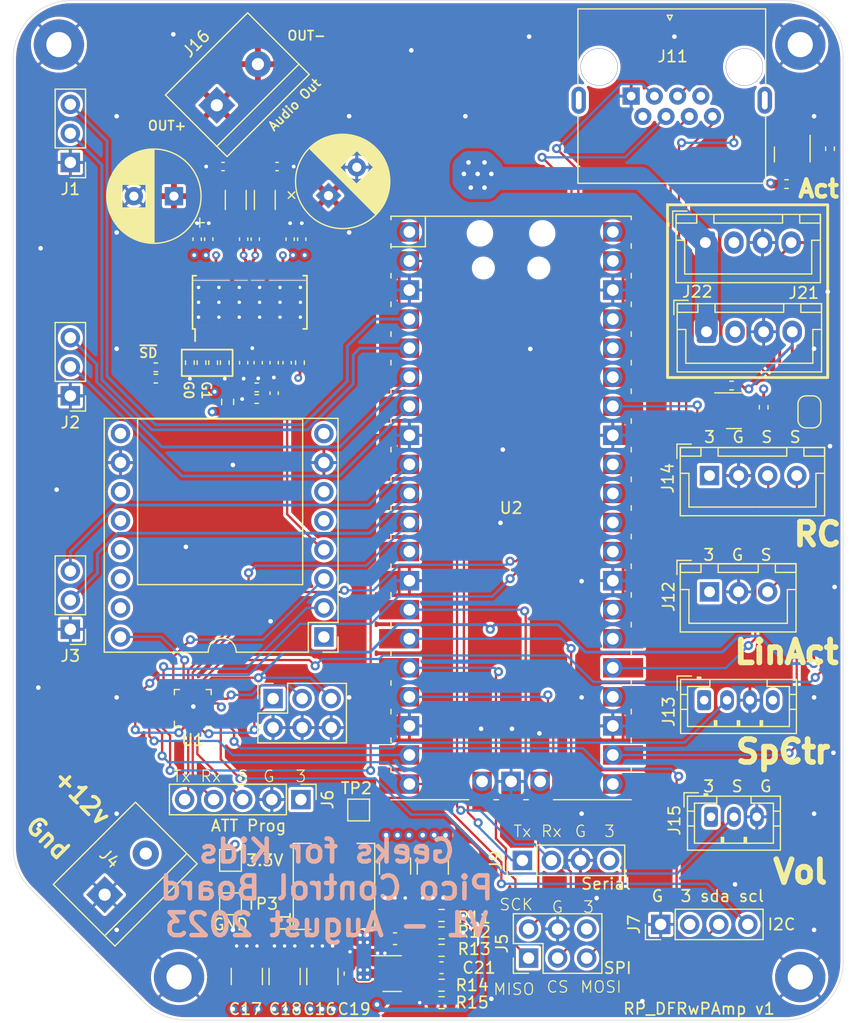
<source format=kicad_pcb>
(kicad_pcb (version 20221018) (generator pcbnew)
  (layers (0 "F.Cu" signal) (1 "In1.Cu" signal) (2 "In2.Cu" signal) (31 "B.Cu" signal) (34 "B.Paste" user) (35 "F.Paste" user) (36 "B.SilkS" user "B.Silkscreen") (37 "F.SilkS" user "F.Silkscreen") (38 "B.Mask" user) (39 "F.Mask" user) (44 "Edge.Cuts" user))
  (net 0 "")
  (net 1 "+5V")
  (net 2 "GND")
  (net 3 "+12V")
  (net 4 "Sound6{slash}Tx2")
  (net 5 "LinAct_Position")
  (net 6 "SpeedCtrl")
  (net 7 "I2C_SDA")
  (net 8 "I2C_SCL")
  (net 9 "Steering")
  (net 10 "Throttle")
  (net 11 "Sound2")
  (net 12 "Sound1")
  (net 13 "RCPWMThrottle")
  (net 14 "RCPWMSteering")
  (net 15 "Left_DIR")
  (net 16 "Left_PWM")
  (net 17 "ActiveSW")
  (net 18 "Right_DIR")
  (net 19 "Right_PWM")
  (net 20 "LinAct_PWM")
  (net 21 "LinAct_DIR")
  (net 22 "VOL")
  (net 23 "Sound3")
  (net 24 "Sound4")
  (net 25 "Sound5")
  (net 26 "Sound7")
  (net 27 "+3.3V")
  (net 28 "DFR_Busy")
  (net 29 "DFR_Rx")
  (net 30 "DFR_Tx")
  (net 31 "Sound8")
  (net 32 "ATT_Prog")
  (net 33 "/Audio_Module/PLIMIT")
  (net 34 "AUDIO_IN_P")
  (net 35 "/Audio_Module/AUDIO_IN_1_P")
  (net 36 "/Audio_Module/AUDIO_IN_1_N")
  (net 37 "+12VA")
  (net 38 "/Audio_Module/GVDD")
  (net 39 "/Audio_Module/AUDIO_OUT_P")
  (net 40 "/Audio_Module/BSP")
  (net 41 "/Audio_Module/AUDIO_OUT_N")
  (net 42 "/Audio_Module/BSN")
  (net 43 "/Buck_Converter/BOOT")
  (net 44 "/Buck_Converter/SW")
  (net 45 "/Buck_Converter/FB")
  (net 46 "SPI_MISO")
  (net 47 "SPI_SCK")
  (net 48 "SPI_CS")
  (net 49 "SPI_MOSI")
  (net 50 "ATT_Rx")
  (net 51 "ATT_Tx")
  (net 52 "Pico_Tx")
  (net 53 "Pico_Rx")
  (net 61 "ActionSignal")
  (net 62 "Net-(Q1-G)")
  (net 63 "/Audio_Module/GAIN0")
  (net 64 "/Audio_Module/GAIN1")
  (net 65 "~{SD}")
  (net 66 "/Audio_Module/~{SD_2}")
  (net 67 "/Audio_Module/PBTL")
  (net 68 "/Buck_Converter/EN")
  (net 69 "Net-(R14-Pad2)")
  (net 77 "SWCLK")
  (net 78 "SWDIO")
  (net 79 "/Audio_Module/AUDIO_OUT_FILT_P")
  (net 80 "/Audio_Module/AUDIO_OUT_FILT_N")
  (net 84 "ActionSignal1")
  (net 85 "Net-(Q2-G)")
  (footprint "Useful Modifications:TerminalBlock_bornier-2_P5.08mm" (layer "F.Cu") (at 116.2 147 45)
    (fp_text reference "J4")
    (fp_text value "Main Power")
  )
  (footprint "Connector_PinHeader_2.54mm:PinHeader_1x03_P2.54mm_Vertical" (layer "F.Cu") (at 113.2 83 180)
    (fp_text reference "J1")
    (fp_text value "Left_M1")
  )
  (footprint "Connector_PinHeader_2.54mm:PinHeader_1x03_P2.54mm_Vertical" (layer "F.Cu") (at 113.2 103.4 180)
    (fp_text reference "J2")
    (fp_text value "Right_M2")
  )
  (footprint "Connector_PinHeader_2.54mm:PinHeader_1x03_P2.54mm_Vertical" (layer "F.Cu") (at 113.2 123.8 180)
    (fp_text reference "J3")
    (fp_text value "LinAct_M3")
  )
  (footprint "TestPoint:TestPoint_Pad_1.5x1.5mm" (layer "F.Cu") (at 127.2 144)
    (fp_text reference "TP1" hide)
    (fp_text value "3.3V")
  )
  (footprint "Useful Modifications:RJ45_x08_Tab_Up" (layer "F.Cu") (at 166 73.6 180)
    (fp_text reference "J11")
    (fp_text value "8P8C")
  )
  (footprint "Connector_PinHeader_2.54mm:PinHeader_1x04_P2.54mm_Vertical" (layer "F.Cu") (at 164.8 149.6 90)
    (fp_text reference "J7")
    (fp_text value "I2C")
  )
  (footprint "Connector_PinHeader_2.54mm:PinHeader_1x04_P2.54mm_Vertical" (layer "F.Cu") (at 152.71 144 90)
    (fp_text reference "J9")
    (fp_text value "Serial")
  )
  (footprint "Useful Modifications:JST_XH_B4B-XH-A_1x04_P2.54mm_Vertical" (layer "F.Cu") (at 169.07 110.37)
    (fp_text reference "J14")
    (fp_text value "RC")
  )
  (footprint "Useful Modifications:JST_XH_B3B-XH-A_1x03_P2.54mm_Vertical" (layer "F.Cu") (at 169.07 120.53)
    (fp_text reference "J12")
    (fp_text value "LinAct")
  )
  (footprint "Package_TO_SOT_SMD:SOT-23-6" (layer "F.Cu") (at 141.326 153.898)
    (fp_text reference "U4" hide)
    (fp_text value "TPS54302")
  )
  (footprint "Capacitor_SMD:C_0402_1005Metric" (layer "F.Cu") (at 128.3476 100.5012 -90)
    (fp_text reference "C4" hide)
    (fp_text value "1uF")
  )
  (footprint "Resistor_SMD:R_0402_1005Metric" (layer "F.Cu") (at 171 102.5 180)
    (fp_text reference "R18" hide)
    (fp_text value "1k")
  )
  (footprint "Resistor_SMD:R_0402_1005Metric" (layer "F.Cu") (at 123.6486 100.5012 -90)
    (fp_text reference "R7" hide)
    (fp_text value "0")
  )
  (footprint "Connector_JST:JST_XH_B4B-XH-A_1x04_P2.50mm_Vertical" (layer "F.Cu") (at 168.7 90)
    (fp_text reference "J22")
    (fp_text value "Action Output")
  )
  (footprint "Capacitor_SMD:C_1210_3225Metric" (layer "F.Cu") (at 131.928 154.152 90)
    (fp_text reference "C18")
    (fp_text value "10µF")
  )
  (footprint "Connector_JST:JST_PH_B3B-PH-K_1x03_P2.00mm_Vertical" (layer "F.Cu") (at 169.2 140.2)
    (fp_text reference "J15")
    (fp_text value "Vol")
  )
  (footprint "Capacitor_SMD:C_0603_1608Metric" (layer "F.Cu") (at 141.58 150.85 180)
    (fp_text reference "C20" hide)
    (fp_text value "0.1µF")
  )
  (footprint "Resistor_SMD:R_0402_1005Metric" (layer "F.Cu") (at 124.6646 100.5012 90)
    (fp_text reference "R4" hide)
    (fp_text value "100k")
  )
  (footprint "Connector_JST:JST_XH_B4B-XH-A_1x04_P2.50mm_Vertical" (layer "F.Cu") (at 168.8 97.8)
    (fp_text reference "J21")
    (fp_text value "Action Input")
  )
  (footprint "Useful Modifications:TerminalBlock_bornier-2_P5.08mm" (layer "F.Cu") (at 126 78 45)
    (fp_text reference "J16")
    (fp_text value "Audio Out")
  )
  (footprint "Connector_PinHeader_2.54mm:PinHeader_2x03_P2.54mm_Vertical" (layer "F.Cu") (at 153.25 152.54 90)
    (fp_text reference "J5")
    (fp_text value "SPI")
  )
  (footprint "Connector_PinHeader_2.54mm:PinHeader_1x05_P2.54mm_Vertical" (layer "F.Cu") (at 133.35 138.684 -90)
    (fp_text reference "J6")
    (fp_text value "ATT Prog")
  )
  (footprint "Package_TO_SOT_SMD:SOT-23" (layer "F.Cu") (at 171.2 104.7)
    (fp_text reference "Q2" hide)
    (fp_text value "2N7002")
  )
  (footprint "Resistor_SMD:R_0402_1005Metric" (layer "F.Cu") (at 179.6 81.8 90)
    (fp_text reference "R16" hide)
    (fp_text value "1k")
  )
  (footprint "RPi_Pico:RPi_Pico_SMD_TH" (layer "F.Cu") (at 151.725 113.2)
    (fp_text reference "U2")
    (fp_text value "Pico")
  )
  (footprint "Package_TO_SOT_SMD:SOT-23" (layer "F.Cu") (at 176.3 82.3 -90)
    (fp_text reference "Q1" hide)
    (fp_text value "2N7002")
  )
  (footprint "Resistor_SMD:R_0603_1608Metric" (layer "F.Cu") (at 126.9506 103.9302 90)
    (fp_text reference "R1" hide)
    (fp_text value "10R")
  )
  (footprint "Capacitor_SMD:C_1210_3225Metric" (layer "F.Cu") (at 128.626 154.152 90)
    (fp_text reference "C17")
    (fp_text value "10µF")
  )
  (footprint "Capacitor_SMD:C_0402_1005Metric" (layer "F.Cu") (at 131.0146 100.5012 -90)
    (fp_text reference "C12" hide)
    (fp_text value "0.68uF")
  )
  (footprint "Capacitor_SMD:C_1210_3225Metric" (layer "F.Cu") (at 135.23 154.152 90)
    (fp_text reference "C16")
    (fp_text value "10µF")
  )
  (footprint "Capacitor_SMD:C_0402_1005Metric" (layer "F.Cu") (at 132.15 100.5012 90)
    (fp_text reference "C11" hide)
    (fp_text value "0.68uF")
  )
  (footprint "Capacitor_SMD:C_0402_1005Metric" (layer "F.Cu") (at 129.6176 100.5012 -90)
    (fp_text reference "C14" hide)
    (fp_text value "1uF")
  )
  (footprint "Resistor_SMD:R_0603_1608Metric" (layer "F.Cu") (at 145.644 148.818 180)
    (fp_text reference "R11")
    (fp_text value "511kΩ 1%")
  )
  (footprint "Jumper:SolderJumper-2_P1.3mm_Bridged_RoundedPad1.0x1.5mm" (layer "F.Cu") (at 177.8 104.8 90)
    (fp_text reference "JP1" hide)
    (fp_text value "SolderJumper_2_Bridged")
  )
  (footprint "Capacitor_SMD:C_0402_1005Metric" (layer "F.Cu") (at 132.4116 89.7062 90)
    (fp_text reference "C6" hide)
    (fp_text value "100nF")
  )
  (footprint "Capacitor_SMD:C_0402_1005Metric" (layer "F.Cu") (at 131.0146 103.1682 90)
    (fp_text reference "C15" hide)
    (fp_text value "1uF")
  )
  (footprint "Inductor_SMD:L_1206_3216Metric" (layer "F.Cu") (at 130.1966 86.2772 90)
    (fp_text reference "FB2" hide)
    (fp_text value "120Ohm@100MHz")
  )
  (footprint "Useful Modifications:DFRobotMini_2x08_P2.54mm_Vertical" (layer "F.Cu") (at 135.3612 124.475 180)
    (fp_text reference "J10" hide)
    (fp_text value "DFRobot_Mini")
  )
  (footprint "Inductor_SMD:L_1206_3216Metric" (layer "F.Cu") (at 127.6566 86.2772 90)
    (fp_text reference "FB1" hide)
    (fp_text value "120Ohm@100MHz")
  )
  (footprint "Resistor_SMD:R_0402_1005Metric" (layer "F.Cu") (at 175.8 84.89)
    (fp_text reference "R17" hide)
    (fp_text value "100k")
  )
  (footprint "MountingHole:MountingHole_2.2mm_M2_Pad" (layer "F.Cu") (at 177 154.2)
    (fp_text reference "H4" hide)
    (fp_text value "MountingHole")
  )
  (footprint "Resistor_SMD:R_0603_1608Metric" (layer "F.Cu") (at 145.644 154.914)
    (fp_text reference "R14")
    (fp_text value "13.3kΩ 1%")
  )
  (footprint "Connector_JST:JST_PH_B4B-PH-K_1x04_P2.00mm_Vertical" (layer "F.Cu") (at 168.6 130)
    (fp_text reference "J13")
    (fp_text value "SpCtr")
  )
  (footprint "Resistor_SMD:R_0402_1005Metric" (layer "F.Cu") (at 125.6806 100.5012 90)
    (fp_text reference "R5" hide)
    (fp_text value "100k")
  )
  (footprint "Capacitor_THT:CP_Radial_D8.0mm_P3.50mm" (layer "F.Cu") (at 122.253251 85.947 180)
    (fp_text reference "C1" hide)
    (fp_text value "100uF")
  )
  (footprint "Resistor_SMD:R_0402_1005Metric" (layer "F.Cu") (at 129.4906 103.6762 180)
    (fp_text reference "R10" hide)
    (fp_text value "100k")
  )
  (footprint "Capacitor_SMD:C_0402_1005Metric" (layer "F.Cu") (at 128.3476 89.7062 -90)
    (fp_text reference "C8" hide)
    (fp_text value "0.47uF")
  )
  (footprint "Resistor_SMD:R_0402_1005Metric" (layer "F.Cu") (at 173.8 104.4 -90)
    (fp_text reference "R19" hide)
    (fp_text value "100k")
  )
  (footprint "Capacitor_SMD:C_1210_3225Metric" (layer "F.Cu") (at 141.58 144.5 -90)
    (fp_text reference "C23" hide)
    (fp_text value "47µF")
  )
  (footprint "Capacitor_SMD:C_0402_1005Metric" (layer "F.Cu") (at 131.2686 83.3562 180)
    (fp_text reference "C10" hide)
    (fp_text value "1nF")
  )
  (footprint "Resistor_SMD:R_0603_1608Metric" (layer "F.Cu") (at 145.644 150.342)
    (fp_text reference "R12")
    (fp_text value "105kΩ 1%")
  )
  (footprint "Resistor_SMD:R_0603_1608Metric" (layer "F.Cu") (at 145.644 151.866 180)
    (fp_text reference "R13")
    (fp_text value "100kΩ 1%")
  )
  (footprint "Capacitor_SMD:C_0402_1005Metric" (layer "F.Cu") (at 126.5416 83.3562 180)
    (fp_text reference "C9" hide)
    (fp_text value "1nF")
  )
  (footprint "Resistor_SMD:R_0402_1005Metric" (layer "F.Cu") (at 129.4906 102.6602)
    (fp_text reference "R9" hide)
    (fp_text value "0")
  )
  (footprint "Resistor_SMD:R_0402_1005Metric" (layer "F.Cu") (at 126.6966 100.5012 -90)
    (fp_text reference "R8" hide)
    (fp_text value "0")
  )
  (footprint "Inductor_SMD:L_Sunlord_MWSA0603S" (layer "F.Cu") (at 136.246 146.278 90)
    (fp_text reference "L1")
    (fp_text value "10µH")
  )
  (footprint "Capacitor_SMD:C_0603_1608Metric" (layer "F.Cu") (at 145.644 153.39 180)
    (fp_text reference "C21")
    (fp_text value "150pF")
  )
  (footprint "Package_DFN_QFN:VQFN-20-1EP_3x3mm_P0.4mm_EP1.7x1.7mm" (layer "F.Cu") (at 123.9 130.68 180)
    (fp_text reference "U1")
    (fp_text value "ATtiny1616-M")
  )
  (footprint "Capacitor_SMD:C_0402_1005Metric" (layer "F.Cu") (at 125.2996 89.7062 90)
    (fp_text reference "C2" hide)
    (fp_text value "100nF")
  )
  (footprint "TestPoint:TestPoint_Pad_1.5x1.5mm" (layer "F.Cu") (at 138.4 139.6)
    (fp_text reference "TP2")
    (fp_text value "5V")
  )
  (footprint "Connector_PinSocket_2.54mm:PinSocket_2x03_P2.54mm_Vertical" (layer "F.Cu") (at 130.92 129.86 90)
    (fp_text reference "J8" hide)
    (fp_text value "Additional Sound Header")
  )
  (footprint "MountingHole:MountingHole_2.2mm_M2_Pad" (layer "F.Cu") (at 112.2 72.7)
    (fp_text reference "H1" hide)
    (fp_text value "MountingHole")
  )
  (footprint "Capacitor_SMD:C_0603_1608Metric" (layer "F.Cu") (at 137.643 153.898 90)
    (fp_text reference "C19")
    (fp_text value "0.1µF")
  )
  (footprint "Resistor_SMD:R_0402_1005Metric" (layer "F.Cu") (at 120.6716 100.9092)
    (fp_text reference "R6" hide)
    (fp_text value "1k")
  )
  (footprint "Resistor_SMD:R_0402_1005Metric" (layer "F.Cu") (at 133.27 100.5012 90)
    (fp_text reference "R2" hide)
    (fp_text value "100k")
  )
  (footprint "TestPoint:TestPoint_Pad_1.5x1.5mm" (layer "F.Cu") (at 127.2 147.8)
    (fp_text reference "TP3")
    (fp_text value "GND")
  )
  (footprint "Capacitor_SMD:C_0402_1005Metric" (layer "F.Cu") (at 129.3636 89.7062 -90)
    (fp_text reference "C13" hide)
    (fp_text value "0.47uF")
  )
  (footprint "Capacitor_SMD:C_1210_3225Metric" (layer "F.Cu") (at 144.882 144.5 -90)
    (fp_text reference "C22" hide)
    (fp_text value "47µF")
  )
  (footprint "Package_SO:HTSSOP-28-1EP_4.4x9.7mm_P0.65mm_EP3.4x9.5mm_Mask2.4x6.17mm_ThermalVias" (layer "F.Cu") (at 128.8556 95.2232 90)
    (fp_text reference "U3" hide)
    (fp_text value "TPA3110D2")
  )
  (footprint "Resistor_SMD:R_0603_1608Metric" (layer "F.Cu") (at 145.644 156.438 180)
    (fp_text reference "R15")
    (fp_text value "240Ω 1%")
  )
  (footprint "Capacitor_SMD:C_0402_1005Metric" (layer "F.Cu") (at 133.4276 89.7062 90)
    (fp_text reference "C7" hide)
    (fp_text value "1nF")
  )
  (footprint "Capacitor_THT:CP_Radial_D8.0mm_P3.50mm" (layer "F.Cu") (at 135.762749 85.8962 45)
    (fp_text reference "C5" hide)
    (fp_text value "100uF")
  )
  (footprint "Resistor_SMD:R_0402_1005Metric" (layer "F.Cu") (at 120.6716 101.8982)
    (fp_text reference "R3" hide)
    (fp_text value "100k")
  )
  (footprint "Capacitor_SMD:C_0402_1005Metric" (layer "F.Cu") (at 124.2836 89.7062 90)
    (fp_text reference "C3" hide)
    (fp_text value "1nF")
  )
  (footprint "MountingHole:MountingHole_2.2mm_M2_Pad" (layer "F.Cu") (at 177 72.7)
    (fp_text reference "H3" hide)
    (fp_text value "MountingHole")
  )
  (footprint "MountingHole:MountingHole_2.2mm_M2_Pad" (layer "F.Cu") (at 122.7 154.2)
    (fp_text reference "H2" hide)
    (fp_text value "MountingHole")
  )
  (gr_rect (start 165.4 86.7) (end 179.4 101.8) (stroke (width 0.25)) (fill none) (layer "F.SilkS"))
  (gr_rect (start 122.9374 99.3582) (end 127.3824 101.6696) (stroke (width 0.1524)) (fill none) (layer "F.SilkS"))
  (gr_arc (start 175.674 68.834) (mid 179.266102 70.321898) (end 180.754 73.914) (stroke (width 0.05)) (layer "Edge.Cuts"))
  (gr_line (start 113.284 68.834) (end 175.674 68.834) (stroke (width 0.05)) (layer "Edge.Cuts"))
  (gr_line (start 108.204 73.914) (end 108.2035 142.875) (stroke (width 0.05)) (layer "Edge.Cuts"))
  (gr_line (start 180.754 152.875) (end 180.754 73.914) (stroke (width 0.05)) (layer "Edge.Cuts"))
  (gr_arc (start 180.754 152.875) (mid 179.265925 156.467279) (end 175.6735 157.955) (stroke (width 0.05)) (layer "Edge.Cuts"))
  (gr_arc (start 109.691398 146.467102) (mid 108.590193 144.819032) (end 108.2035 142.875) (stroke (width 0.05)) (layer "Edge.Cuts"))
  (gr_arc (start 108.204 73.914) (mid 109.691898 70.321898) (end 113.284 68.834) (stroke (width 0.05)) (layer "Edge.Cuts"))
  (gr_line (start 123.2835 157.955) (end 175.6735 157.955) (stroke (width 0.05)) (layer "Edge.Cuts"))
  (gr_arc (start 123.2835 157.955) (mid 121.339468 157.568308) (end 119.691398 156.467102) (stroke (width 0.05)) (layer "Edge.Cuts"))
  (gr_line (start 109.691398 146.467102) (end 119.691398 156.467102) (stroke (width 0.05)) (layer "Edge.Cuts"))
  (gr_text "Geeks for Kids\nPico Control Board\nV1 - August 2023" (at 135.6 150.8) (layer "B.SilkS") (effects (font (size 2 2) (thickness 0.4) bold) (justify bottom mirror)))
  (gr_text "Gnd" (at 111.225 142.05 315) (layer "F.SilkS") (effects (font (size 1.5 1.5) (thickness 0.3))))
  (gr_text "Audio Out" (at 132.79 77.95 45) (layer "F.SilkS") (effects (font (size 0.8 0.8))))
  (gr_text "3  G  S  S" (at 168.5 107) (layer "F.SilkS") (effects (font (size 1 1)) (justify left)))
  (gr_text "3  G  S" (at 168.44 117.3) (layer "F.SilkS") (effects (font (size 1 1)) (justify left)))
  (gr_text "3  S  G" (at 168.43 137.53) (layer "F.SilkS") (effects (font (size 1 1)) (justify left)))
  (gr_text "G  3 sda scl" (at 163.915 147.125) (layer "F.SilkS") (effects (font (size 1 1)) (justify left)))
  (gr_text "+12v" (at 114.225 138.45 315) (layer "F.SilkS") (effects (font (size 1.5 1.5) (thickness 0.3))))
  (gr_text "Act" (at 178.6 85.3) (layer "F.SilkS") (effects (font (size 1.5 1.5) (thickness 0.375) bold)))
  (gr_text "G1" (at 124.6138 102.0252 -90) (layer "F.SilkS") (effects (font (size 0.8128 0.8128) (thickness 0.1524) bold) (justify left bottom)))
  (gr_text "OUT-" (at 132.08 72.39) (layer "F.SilkS") (effects (font (size 0.8128 0.8128) (thickness 0.1524) bold) (justify left bottom)))
  (gr_text "RP_DFRwPAmp v1" (at 168.148 156.972) (layer "F.SilkS") (effects (font (size 1 1))))
  (gr_text "OUT+" (at 119.888 80.264) (layer "F.SilkS") (effects (font (size 0.8128 0.8128) (thickness 0.1524) bold) (justify left bottom)))
  (gr_text "G0" (at 123.0644 101.9998 -90) (layer "F.SilkS") (effects (font (size 0.8128 0.8128) (thickness 0.1524) bold) (justify left bottom)))
  (gr_text "~{SD}" (at 119.12 100.13) (layer "F.SilkS") (effects (font (size 0.8128 0.8128) (thickness 0.1524) bold) (justify left bottom)))
  (segment (start 146.469 151.866) (end 147.803 151.866) (width 0.4) (layer "F.Cu") (net 1))
  (segment (start 146.419 153.39) (end 146.419 151.916) (width 0.4) (layer "F.Cu") (net 1))
  (segment (start 148.057 142.976) (end 144.931 142.976) (width 0.4) (layer "F.Cu") (net 1))
  (segment (start 138.6 139.6) (end 140.8 141.8) (width 0.762) (layer "F.Cu") (net 1))
  (segment (start 148.492 151.177) (end 148.492 143.411) (width 0.4) (layer "F.Cu") (net 1))
  (segment (start 148.492 143.411) (end 148.057 142.976) (width 0.4) (layer "F.Cu") (net 1))
  (segment (start 147.803 151.866) (end 148.492 151.177) (width 0.4) (layer "F.Cu") (net 1))
  (via (at 140.8 141.8) (size 0.8) (drill 0.4) (layers "F.Cu" "B.Cu") (net 1))
  (via (at 145 141.8) (size 0.8) (drill 0.4) (layers "F.Cu" "B.Cu") (net 1))
  (via (at 142.8 141.8) (size 0.8) (drill 0.4) (layers "F.Cu" "B.Cu") (net 1))
  (via (at 141.8 141.8) (size 0.8) (drill 0.4) (layers "F.Cu" "B.Cu") (net 1))
  (via (at 144 141.8) (size 0.8) (drill 0.4) (layers "F.Cu" "B.Cu") (net 1))
  (via (at 146 141.8) (size 0.8) (drill 0.4) (layers "F.Cu" "B.Cu") (net 1))
  (segment (start 139.9955 152.755) (end 138.265 152.755) (width 0.4) (layer "F.Cu") (net 2))
  (segment (start 140.1885 152.948) (end 139.9955 152.755) (width 0.4) (layer "F.Cu") (net 2))
  (segment (start 126.5806 98.0732) (end 126.5806 96.9182) (width 0.254) (layer "F.Cu") (net 2))
  (segment (start 129.620296 101.872081) (end 129.620296 100.983896) (width 0.254) (layer "F.Cu") (net 2))
  (segment (start 131.0146 101.7712) (end 130.987881 101.797919) (width 0.25) (layer "F.Cu") (net 2))
  (segment (start 124.2836 89.2262) (end 124.2836 88.3092) (width 0.254) (layer "F.Cu") (net 2))
  (segment (start 129.1806 98.0732) (end 129.1806 99.1602) (width 0.254) (layer "F.Cu") (net 2))
  (segment (start 129.1806 99.1602) (end 129.1096 99.2312) (width 0.254) (layer "F.Cu") (net 2))
  (segment (start 126.5806 96.9182) (end 126.1856 96.5232) (width 0.254) (layer "F.Cu") (net 2))
  (segment (start 131.0146 101.824638) (end 130.987881 101.797919) (width 0.254) (layer "F.Cu") (net 2))
  (segment (start 130.4806 93.1882) (end 129.7456 93.9232) (width 0.254) (layer "F.Cu") (net 2))
  (segment (start 126.6966 101.8982) (end 126.6966 101.0112) (width 0.254) (layer "F.Cu") (net 2))
  (segment (start 125.35 130.68) (end 123.9 130.68) (width 0.2) (layer "F.Cu") (net 2))
  (segment (start 131.7486 83.3562) (end 132.7216 83.3562) (width 0.254) (layer "F.Cu") (net 2))
  (segment (start 138.265 152.755) (end 137.643 153.377) (width 0.4) (layer "F.Cu") (net 2))
  (segment (start 128.3476 101.8982) (end 128.3476 101.010015) (width 0.254) (layer "F.Cu") (net 2))
  (segment (start 143.739 156.438) (end 144.819 156.438) (width 0.4) (layer "F.Cu") (net 2))
  (segment (start 146.469 150.342) (end 147.549 150.342) (width 0.4) (layer "F.Cu") (net 2))
  (segment (start 126.0616 83.3562) (end 125.0736 83.3562) (width 0.254) (layer "F.Cu") (net 2))
  (segment (start 125.2996 88.3092) (end 125.2996 89.2262) (width 0.254) (layer "F.Cu") (net 2))
  (segment (start 132.4116 88.3092) (end 132.4116 89.2262) (width 0.254) (layer "F.Cu") (net 2))
  (segment (start 123.6486 101.8982) (end 123.6486 101.0132) (width 0.254) (layer "F.Cu") (net 2))
  (segment (start 133.4276 89.2262) (end 133.4276 88.3092) (width 0.254) (layer "F.Cu") (net 2))
  (segment (start 127.2306 93.1882) (end 127.9656 93.9232) (width 0.254) (layer "F.Cu") (net 2))
  (segment (start 130.4806 92.3732) (end 130.4806 93.1882) (width 0.254) (layer "F.Cu") (net 2))
  (segment (start 131.0146 102.7872) (end 131.0146 101.824638) (width 0.254) (layer "F.Cu") (net 2))
  (segment (start 131.0146 100.9812) (end 131.0146 101.7712) (width 0.25) (layer "F.Cu") (net 2))
  (segment (start 125.9306 98.0732) (end 125.9306 96.7782) (width 0.254) (layer "F.Cu") (net 2))
  (segment (start 127.2306 92.3732) (end 127.2306 93.1882) (width 0.254) (layer "F.Cu") (net 2))
  (segment (start 129.1806 98.0732) (end 129.1806 95.5482) (width 0.254) (layer "F.Cu") (net 2))
  (segment (start 128.2206 103.6762) (end 128.8536 103.6762) (width 0.254) (layer "F.Cu") (net 2))
  (via (at 117.24869 139.92) (size 0.8) (drill 0.4) (layers "F.Cu" "B.Cu") (net 2))
  (via (at 180 120.1) (size 0.8) (drill 0.4) (layers "F.Cu" "B.Cu") (net 2))
  (via (at 123.952 130.556) (size 0.8) (drill 0.4) (layers "F.Cu" "B.Cu") (net 2))
  (via (at 136.119 151.485) (size 0.6) (drill 0.3) (layers "F.Cu" "B.Cu") (net 2))
  (via (at 125.0736 83.3562) (size 0.6858) (drill 0.3302) (layers "F.Cu" "B.Cu") (net 2))
  (via (at 117.24869 78.96) (size 0.8) (drill 0.4) (layers "F.Cu" "B.Cu") (net 2))
  (via (at 143 73.2) (size 0.8) (drill 0.4) (layers "F.Cu" "B.Cu") (net 2))
  (via (at 127.40869 150.08) (size 0.8) (drill 0.4) (layers "F.Cu" "B.Cu") (net 2))
  (via (at 123.3 116.6) (size 0.8) (drill 0.4) (layers "F.Cu" "B.Cu") (net 2))
  (via (at 143.993 147.294) (size 0.6) (drill 0.3) (layers "F.Cu" "B.Cu") (net 2))
  (via (at 145.771 147.294) (size 0.6) (drill 0.3) (layers "F.Cu" "B.Cu") (net 2))
  (via (at 150.8 114.5) (size 0.8) (drill 0.4) (layers "F.Cu" "B.Cu") (net 2))
  (via (at 142.469 147.294) (size 0.6) (drill 0.3) (layers "F.Cu" "B.Cu") (net 2))
  (via (at 163.2 156.3) (size 0.8) (drill 0.4) (layers "F.Cu" "B.Cu") (net 2))
  (via (at 150 156.1) (size 0.8) (drill 0.4) (layers "F.Cu" "B.Cu") (net 2))
  (via (at 110.4 128.9) (size 0.8) (drill 0.4) (layers "F.Cu" "B.Cu") (net 2))
  (via (at 129.515 151.485) (size 0.6) (drill 0.3) (layers "F.Cu" "B.Cu") (net 2))
  (via (at 128.2206 103.6762) (size 0.6858) (drill 0.3302) (layers "F.Cu" "B.Cu") (net 2))
  (via (at 178.20869 129.76) (size 0.8) (drill 0.4) (layers "F.Cu" "B.Cu") (net 2))
  (via (at 179.9 134.6) (size 0.8) (drill 0.4) (layers "F.Cu" "B.Cu") (net 2))
  (via (at 153.4 99.3) (size 0.8) (drill 0.4) (layers "F.Cu" "B.Cu") (net 2))
  (via (at 130.7 123.1) (size 0.8) (drill 0.4) (layers "F.Cu" "B.Cu") (net 2))
  (via (at 131.039 151.485) (size 0.6) (drill 0.3) (layers "F.Cu" "B.Cu") (net 2))
  (via (at 179.4 94.3) (size 0.8) (drill 0.4) (layers "F.Cu" "B.Cu") (net 2))
  (via (at 143.739 156.438) (size 0.6) (drill 0.3) (layers "F.Cu" "B.Cu") (net 2))
  (via (at 137.56869 89.12) (size 0.8) (drill 0.4) (layers "F.Cu" "B.Cu") (net 2))
  (via (at 126.6966 101.8982) (size 0.6858) (drill 0.3302) (layers "F.Cu" "B.Cu") (net 2))
  (via (at 132.4116 88.3092) (size 0.6858) (drill 0.3302) (layers "F.Cu" "B.Cu") (net 2))
  (via (at 157.88869 119.6) (size 0.8) (drill 0.4) (layers "F.Cu" "B.Cu") (net 2))
  (via (at 159.2 147.3) (size 0.8) (drill 0.4) (layers "F.Cu" "B.Cu") (net 2))
  (via (at 140.691 152.12) (size 0.5) (drill 0.3) (layers "F.Cu" "B.Cu") (net 2))
  (via (at 110.6 90.5) (size 0.8) (drill 0.4) (layers "F.Cu" "B.Cu") (net 2))
  (via (at 171.3 146.1) (size 0.8) (drill 0.4) (layers "F.Cu" "B.Cu") (net 2))
  (via (at 127.737 151.485) (size 0.6) (drill 0.3) (layers "F.Cu" "B.Cu") (net 2))
  (via (at 153.3 72) (size 0.8) (drill 0.4) (layers "F.Cu" "B.Cu") (net 2))
  (via (at 141.58 147.294) (size 0.6) (drill 0.3) (layers "F.Cu" "B.Cu") (net 2))
  (via (at 147.72869 78.96) (size 0.8) (drill 0.4) (layers "F.Cu" "B.Cu") (net 2))
  (via (at 137.56869 129.76) (size 0.8) (drill 0.4) (layers "F.Cu" "B.Cu") (net 2))
  (via (at 117.24869 129.76) (size 0.8) (drill 0.4) (layers "F.Cu" "B.Cu") (net 2))
  (via (at 157.88869 129.76) (size 0.8) (drill 0.4) (layers "F.Cu" "B.Cu") (net 2))
  (via (at 157.88869 139.92) (size 0.8) (drill 0.4) (layers "F.Cu" "B.Cu") (net 2))
  (via (at 147.549 150.342) (size 0.6) (drill 0.3) (layers "F.Cu" "B.Cu") (net 2))
  (via (at 117.24869 99.28) (size 0.8) (drill 0.4) (layers "F.Cu" "B.Cu") (net 2))
  (via (at 128.3476 101.8982) (size 0.6858) (drill 0.3302) (layers "F.Cu" "B.Cu") (net 2))
  (via (at 137.56869 78.96) (size 0.8) (drill 0.4) (layers "F.Cu" "B.Cu") (net 2))
  (via (at 166 72) (size 0.8) (drill 0.4) (layers "F.Cu" "B.Cu") (net 2))
  (via (at 135.23 151.485) (size 0.6) (drill 0.3) (layers "F.Cu" "B.Cu") (net 2))
  (via (at 129.1096 99.2312) (size 0.6858) (drill 0.3302) (layers "F.Cu" "B.Cu") (net 2))
  (via (at 178.20869 150.08) (size 0.8) (drill 0.4) (layers "F.Cu" "B.Cu") (net 2))
  (via (at 178.20869 78.96) (size 0.8) (drill 0.4) (layers "F.Cu" "B.Cu") (net 2))
  (via (at 112 111.6) (size 0.8) (drill 0.4) (layers "F.Cu" "B.Cu") (net 2))
  (via (at 122.2 71.8) (size 0.8) (drill 0.4) (layers "F.Cu" "B.Cu") (net 2))
  (via (at 178.20869 99.28) (size 0.8) (drill 0.4) (layers "F.Cu" "B.Cu") (net 2))
  (via (at 140.056 152.12) (size 0.5) (drill 0.3) (layers "F.Cu" "B.Cu") (net 2))
  (via (at 131.928 151.485) (size 0.6) (drill 0.3) (layers "F.Cu" "B.Cu") (net 2))
  (via (at 132.817 151.485) (size 0.6) (drill 0.3) (layers "F.Cu" "B.Cu") (net 2))
  (via (at 151.8 132.5) (size 0.8) (drill 0.4) (layers "F.Cu" "B.Cu") (net 2))
  (via (at 128.626 151.485) (size 0.6) (drill 0.3) (layers "F.Cu" "B.Cu") (net 2))
  (via (at 137.643 151.993) (size 0.6) (drill 0.3) (layers "F.Cu" "B.Cu") (net 2))
  (via (at 129.620296 101.872081) (size 0.6858) (drill 0.3302) (layers "F.Cu" "B.Cu") (net 2))
  (via (at 124.2836 88.3092) (size 0.6858) (drill 0.3302) (layers "F.Cu" "B.Cu") (net 2))
  (via (at 117.24869 89.12) (size 0.8) (drill 0.4) (layers "F.Cu" "B.Cu") (net 2))
  (via (at 144.882 147.294) (size 0.6) (drill 0.3) (layers "F.Cu" "B.Cu") (net 2))
  (via (at 133.4276 88.3092) (size 0.6858) (drill 0.3302) (layers "F.Cu" "B.Cu") (net 2))
  (via (at 151 108.1) (size 0.8) (drill 0.4) (layers "F.Cu" "B.Cu") (net 2))
  (via (at 110.5 140.9) (size 0.8) (drill 0.4) (layers "F.Cu" "B.Cu") (net 2))
  (via (at 117.24869 150.08) (size 0.8) (drill 0.4) (layers "F.Cu" "B.Cu") (net 2))
  (via (at 149.1 132.5) (size 0.8) (drill 0.4) (layers "F.Cu" "B.Cu") (net 2))
  (via (at 178.20869 139.92) (size 0.8) (drill 0.4) (layers "F.Cu" "B.Cu") (net 2))
  (via (at 130.987881 101.797919) (size 0.6858) (drill 0.3302) (layers "F.Cu" "B.Cu") (net 2))
  (via (at 154.2 132.9) (size 0.8) (drill 0.4) (layers "F.Cu" "B.Cu") (net 2))
  (via (at 134.341 151.485) (size 0.6) (drill 0.3) (layers "F.Cu" "B.Cu") (net 2))
  (via (at 127.40869 109.44) (size 0.8) (drill 0.4) (layers "F.Cu" "B.Cu") (net 2))
  (via (at 132.7216 83.3562) (size 0.6858) (drill 0.3302) (layers "F.Cu" "B.Cu") (net 2))
  (via (at 125.2996 88.3092) (size 0.6858) (drill 0.3302) (layers "F.Cu" "B.Cu") (net 2))
  (via (at 123.6486 101.8982) (size 0.6858) (drill 0.3302) (layers "F.Cu" "B.Cu") (net 2))
  (via (at 140.691 147.294) (size 0.6) (drill 0.3) (layers "F.Cu" "B.Cu") (net 2))
  (via (at 179.6 107.8) (size 0.8) (drill 0.4) (layers "F.Cu" "B.Cu") (net 2))
  (segment (start 126.9506 104.7552) (end 125.6448 104.7552) (width 0.762) (layer "F.Cu") (net 3))
  (segment (start 147.549 148.818) (end 146.469 148.818) (width 0.4) (layer "F.Cu") (net 3))
  (segment (start 125.6448 104.7552) (end 125.6 104.8) (width 0.762) (layer "F.Cu") (net 3))
  (via (at 135.2 157) (size 0.8) (drill 0.4) (layers "F.Cu" "B.Cu") (net 3))
  (via (at 133 157) (size 0.8) (drill 0.4) (layers "F.Cu" "B.Cu") (net 3))
  (via (at 129.6 157) (size 0.8) (drill 0.4) (layers "F.Cu" "B.Cu") (net 3))
  (via (at 149.4 83) (size 0.8) (drill 0.4) (layers "F.Cu" "B.Cu") (net 3))
  (via (at 132.6656 91.1032) (size 0.6858) (drill 0.3302) (layers "F.Cu" "B.Cu") (net 3))
  (via (at 128.4 157) (size 0.8) (drill 0.4) (layers "F.Cu" "B.Cu") (net 3))
  (via (at 125.6 104.8) (size 0.8) (drill 0.4) (layers "F.Cu" "B.Cu") (net 3))
  (via (at 132 157) (size 0.8) (drill 0.4) (layers "F.Cu" "B.Cu") (net 3))
  (via (at 124.0296 91.1032) (size 0.6858) (drill 0.3302) (layers "F.Cu" "B.Cu") (net 3))
  (via (at 127.4 157) (size 0.8) (drill 0.4) (layers "F.Cu" "B.Cu") (net 3))
  (via (at 147.6 84) (size 0.8) (drill 0.4) (layers "F.Cu" "B.Cu") (net 3))
  (via (at 140 156.6) (size 0.8) (drill 0.4) (layers "F.Cu" "B.Cu") (net 3))
  (via (at 125.0456 91.1032) (size 0.6858) (drill 0.3302) (layers "F.Cu" "B.Cu") (net 3))
  (via (at 133.6816 91.1032) (size 0.6858) (drill 0.3302) (layers "F.Cu" "B.Cu") (net 3))
  (via (at 148.8 84) (size 0.8) (drill 0.4) (layers "F.Cu" "B.Cu") (net 3))
  (via (at 148.2 85.2) (size 0.8) (drill 0.4) (layers "F.Cu" "B.Cu") (net 3))
  (via (at 147.549 148.818) (size 0.6) (drill 0.3) (layers "F.Cu" "B.Cu") (net 3))
  (via (at 134.2 157) (size 0.8) (drill 0.4) (layers "F.Cu" "B.Cu") (net 3))
  (via (at 150 84) (size 0.8) (drill 0.4) (layers "F.Cu" "B.Cu") (net 3))
  (via (at 148 83) (size 0.8) (drill 0.4) (layers "F.Cu" "B.Cu") (net 3))
  (via (at 131 157) (size 0.8) (drill 0.4) (layers "F.Cu" "B.Cu") (net 3))
  (via (at 136.2 157) (size 0.8) (drill 0.4) (layers "F.Cu" "B.Cu") (net 3))
  (via (at 149.4 85.2) (size 0.8) (drill 0.4) (layers "F.Cu" "B.Cu") (net 3))
  (segment (start 147.6 84) (end 147.6 84.6) (width 2) (layer "B.Cu") (net 3))
  (segment (start 168.7 90) (end 163.1 84.4) (width 2) (layer "B.Cu") (net 3))
  (segment (start 149.4 85.2) (end 149.6 85.2) (width 2) (layer "B.Cu") (net 3))
  (segment (start 149.4 83) (end 148 83) (width 2) (layer "B.Cu") (net 3))
  (segment (start 147.6 84) (end 147.6 83.4) (width 2) (layer "B.Cu") (net 3))
  (segment (start 148.8 84) (end 147.6 84) (width 2) (layer "B.Cu") (net 3))
  (segment (start 147.735 157.065) (end 149.2 155.6) (width 0.4) (layer "B.Cu") (net 3))
  (segment (start 140.465 157.065) (end 147.735 157.065) (width 0.4) (layer "B.Cu") (net 3))
  (segment (start 150 84) (end 150 83.6) (width 2) (layer "B.Cu") (net 3))
  (segment (start 147.6 84.6) (end 148.2 85.2) (width 2) (layer "B.Cu") (net 3))
  (segment (start 163.1 84.4) (end 149.2 84.4) (width 2) (layer "B.Cu") (net 3))
  (segment (start 150 83.6) (end 149.4 83) (width 2) (layer "B.Cu") (net 3))
  (segment (start 148.2 85.2) (end 149.4 85.2) (width 2) (layer "B.Cu") (net 3))
  (segment (start 149.2 150.469) (end 147.549 148.818) (width 0.4) (layer "B.Cu") (net 3))
  (segment (start 168.8 90.1) (end 168.7 90) (width 2) (layer "B.Cu") (net 3))
  (segment (start 148.8 84) (end 150 84) (width 2) (layer "B.Cu") (net 3))
  (segment (start 149.2 84.4) (end 148.8 84) (width 2) (layer "B.Cu") (net 3))
  (segment (start 147.6 83.4) (end 148 83) (width 2) (layer "B.Cu") (net 3))
  (segment (start 168.8 97.8) (end 168.8 90.1) (width 2) (layer "B.Cu") (net 3))
  (segment (start 149.6 85.2) (end 150.4 84.4) (width 2) (layer "B.Cu") (net 3))
  (segment (start 140 156.6) (end 140.465 157.065) (width 0.4) (layer "B.Cu") (net 3))
  (segment (start 149.2 155.6) (end 149.2 150.469) (width 0.4) (layer "B.Cu") (net 3))
  (segment (start 125.037726 132.937726) (end 124.7 132.6) (width 0.2) (layer "F.Cu") (net 4))
  (segment (start 125.3 132.937726) (end 125.037726 132.937726) (width 0.2) (layer "F.Cu") (net 4))
  (segment (start 129.286 131.494) (end 130.92 129.86) (width 0.2) (layer "F.Cu") (net 4))
  (segment (start 129.286 132.588) (end 129.286 131.494) (width 0.2) (layer "F.Cu") (net 4))
  (segment (start 124.7 132.6) (end 124.7 132.13) (width 0.2) (layer "F.Cu") (net 4))
  (via (at 125.3 132.937726) (size 0.8) (drill 0.4) (layers "F.Cu" "B.Cu") (net 4))
  (via (at 129.286 132.588) (size 0.8) (drill 0.4) (layers "F.Cu" "B.Cu") (net 4))
  (segment (start 129.032 132.842) (end 129.286 132.588) (width 0.2) (layer "B.Cu") (net 4))
  (segment (start 125.3 132.937726) (end 125.395726 132.842) (width 0.2) (layer "B.Cu") (net 4))
  (segment (start 125.395726 132.842) (end 129.032 132.842) (width 0.2) (layer "B.Cu") (net 4))
  (segment (start 175.4 109) (end 175.4 119.28) (width 0.2) (layer "F.Cu") (net 5))
  (segment (start 168.8 107) (end 173.4 107) (width 0.2) (layer "F.Cu") (net 5))
  (segment (start 167.9985 104.2) (end 167.9985 106.1985) (width 0.2) (layer "F.Cu") (net 5))
  (segment (start 175.4 119.28) (end 174.15 120.53) (width 0.2) (layer "F.Cu") (net 5))
  (segment (start 167.9985 106.1985) (end 168.8 107) (width 0.2) (layer "F.Cu") (net 5))
  (segment (start 173.4 107) (end 175.4 109) (width 0.2) (layer "F.Cu") (net 5))
  (via (at 167.9985 104.2) (size 0.8) (drill 0.4) (layers "F.Cu" "B.Cu") (net 5))
  (segment (start 167.9985 104.2) (end 167.8885 104.31) (width 0.2) (layer "B.Cu") (net 5))
  (segment (start 167.8885 104.31) (end 160.615 104.31) (width 0.2) (layer "B.Cu") (net 5))
  (segment (start 125.35 131.08) (end 125.88 131.08) (width 0.2) (layer "F.Cu") (net 6))
  (segment (start 125.88 131.08) (end 127.508 132.708) (width 0.2) (layer "F.Cu") (net 6))
  (segment (start 127.508 132.708) (end 127.508 133.604) (width 0.2) (layer "F.Cu") (net 6))
  (via (at 127.508 133.604) (size 0.8) (drill 0.4) (layers "F.Cu" "B.Cu") (net 6))
  (segment (start 170.6 130) (end 166.887 133.713) (width 0.2) (layer "B.Cu") (net 6))
  (segment (start 128.104 134.2) (end 127.508 133.604) (width 0.2) (layer "B.Cu") (net 6))
  (segment (start 141.887 133.713) (end 141.4 134.2) (width 0.2) (layer "B.Cu") (net 6))
  (segment (start 141.4 134.2) (end 128.104 134.2) (width 0.2) (layer "B.Cu") (net 6))
  (segment (start 166.887 133.713) (end 141.887 133.713) (width 0.2) (layer "B.Cu") (net 6))
  (segment (start 166.37 136.652) (end 166.19 136.832) (width 0.2) (layer "F.Cu") (net 7))
  (segment (start 120.104 133.148226) (end 120.52 133.564226) (width 0.2) (layer "F.Cu") (net 7))
  (segment (start 122.45 130.68) (end 120.91863 130.68) (width 0.2) (layer "F.Cu") (net 7))
  (segment (start 166.19 136.832) (end 166.19 150.076346) (width 0.2) (layer "F.Cu") (net 7))
  (segment (start 168.604 150.876) (end 169.88 149.6) (width 0.2) (layer "F.Cu") (net 7))
  (segment (start 120.91863 130.68) (end 120.104 131.494629) (width 0.2) (layer "F.Cu") (net 7))
  (segment (start 166.989654 150.876) (end 168.604 150.876) (width 0.2) (layer "F.Cu") (net 7))
  (segment (start 120.104 131.494629) (end 120.104 133.148226) (width 0.2) (layer "F.Cu") (net 7))
  (segment (start 166.19 150.076346) (end 166.989654 150.876) (width 0.2) (layer "F.Cu") (net 7))
  (via (at 166.37 136.652) (size 0.8) (drill 0.4) (layers "F.Cu" "B.Cu") (net 7))
  (via (at 120.52 133.564226) (size 0.8) (drill 0.4) (layers "F.Cu" "B.Cu") (net 7))
  (segment (start 143.425 134.2) (end 158 134.2) (width 0.2) (layer "B.Cu") (net 7))
  (segment (start 142.825 134.8) (end 127.376314 134.8) (width 0.2) (layer "B.Cu") (net 7))
  (segment (start 127.376314 134.8) (end 126.14054 133.564226) (width 0.2) (layer "B.Cu") (net 7))
  (segment (start 158 134.2) (end 159.8 136) (width 0.2) (layer "B.Cu") (net 7))
  (segment (start 159.8 136) (end 165.718 136) (width 0.2) (layer "B.Cu") (net 7))
  (segment (start 142.835 134.79) (end 143.425 134.2) (width 0.2) (layer "B.Cu") (net 7))
  (segment (start 165.718 136) (end 166.37 136.652) (width 0.2) (layer "B.Cu") (net 7))
  (segment (start 126.14054 133.564226) (end 120.52 133.564226) (width 0.2) (layer "B.Cu") (net 7))
  (segment (start 121.22 132.961685) (end 121.22 134.874) (width 0.2) (layer "F.Cu") (net 8))
  (segment (start 120.504 131.660314) (end 120.504 132.245685) (width 0.2) (layer "F.Cu") (net 8))
  (segment (start 142.835 137.33) (end 144.035767 137.33) (width 0.2) (layer "F.Cu") (net 8))
  (segment (start 122.45 131.08) (end 121.084315 131.08) (width 0.2) (layer "F.Cu") (net 8))
  (segment (start 121.084315 131.08) (end 120.504 131.660314) (width 0.2) (layer "F.Cu") (net 8))
  (segment (start 120.504 132.245685) (end 121.22 132.961685) (width 0.2) (layer "F.Cu") (net 8))
  (segment (start 150.876 144.170233) (end 150.876 146.05) (width 0.2) (layer "F.Cu") (net 8))
  (segment (start 144.035767 137.33) (end 150.876 144.170233) (width 0.2) (layer "F.Cu") (net 8))
  (via (at 121.22 134.874) (size 0.8) (drill 0.4) (layers "F.Cu" "B.Cu") (net 8))
  (via (at 150.876 146.05) (size 0.8) (drill 0.4) (layers "F.Cu" "B.Cu") (net 8))
  (segment (start 142.835 137.33) (end 140.925 135.42) (width 0.2) (layer "B.Cu") (net 8))
  (segment (start 172.42 149.6) (end 168.87 146.05) (width 0.2) (layer "B.Cu") (net 8))
  (segment (start 168.87 146.05) (end 150.876 146.05) (width 0.2) (layer "B.Cu") (net 8))
  (segment (start 121.766 135.42) (end 121.22 134.874) (width 0.2) (layer "B.Cu") (net 8))
  (segment (start 140.925 135.42) (end 121.766 135.42) (width 0.2) (layer "B.Cu") (net 8))
  (segment (start 171.196 78.601235) (end 168.743945 76.14918) (width 0.2) (layer "F.Cu") (net 9))
  (segment (start 168.743945 76.14918) (end 167.32902 76.14918) (width 0.2) (layer "F.Cu") (net 9))
  (segment (start 171.196 81.28) (end 171.196 78.601235) (width 0.2) (layer "F.Cu") (net 9))
  (segment (start 166.4 105.730686) (end 166.4 81.504) (width 0.2) (layer "F.Cu") (net 9))
  (segment (start 162.740686 109.39) (end 166.4 105.730686) (width 0.2) (layer "F.Cu") (net 9))
  (segment (start 166.4 81.504) (end 166.624 81.28) (width 0.2) (layer "F.Cu") (net 9))
  (segment (start 167.32902 76.14918) (end 166.27902 77.19918) (width 0.2) (layer "F.Cu") (net 9))
  (via (at 171.196 81.28) (size 0.8) (drill 0.4) (layers "F.Cu" "B.Cu") (net 9))
  (via (at 166.624 81.28) (size 0.8) (drill 0.4) (layers "F.Cu" "B.Cu") (net 9))
  (segment (start 166.624 81.28) (end 171.196 81.28) (width 0.2) (layer "B.Cu") (net 9))
  (segment (start 159.2 113.345) (end 160.615 111.93) (width 0.2) (layer "F.Cu") (net 10))
  (segment (start 163.361 108.204) (end 159.258 108.204) (width 0.2) (layer "F.Cu") (net 10))
  (segment (start 159.2 120.675) (end 159.2 113.345) (width 0.2) (layer "F.Cu") (net 10))
  (segment (start 165.66902 105.89598) (end 163.361 108.204) (width 0.2) (layer "F.Cu") (net 10))
  (segment (start 160.615 122.09) (end 159.2 120.675) (width 0.2) (layer "F.Cu") (net 10))
  (segment (start 159.258 108.204) (end 158.75 108.712) (width 0.2) (layer "F.Cu") (net 10))
  (segment (start 158.75 110.065) (end 160.615 111.93) (width 0.2) (layer "F.Cu") (net 10))
  (segment (start 167.29902 78.97918) (end 165.66902 80.60918) (width 0.2) (layer "F.Cu") (net 10))
  (segment (start 158.75 108.712) (end 158.75 110.065) (width 0.2) (layer "F.Cu") (net 10))
  (segment (start 165.66902 80.60918) (end 165.66902 105.89598) (width 0.2) (layer "F.Cu") (net 10))
  (segment (start 130.915 120.545) (end 137.011 120.545) (width 0.2) (layer "F.Cu") (net 11))
  (segment (start 137.011 120.545) (end 137.16 120.396) (width 0.2) (layer "F.Cu") (net 11))
  (segment (start 157 113) (end 157 85.118) (width 0.2) (layer "F.Cu") (net 11))
  (segment (start 123.9 127.56) (end 130.915 120.545) (width 0.2) (layer "F.Cu") (net 11))
  (segment (start 151.638 117.856) (end 152.144 117.856) (width 0.2) (layer "F.Cu") (net 11))
  (segment (start 152.144 117.856) (end 157 113) (width 0.2) (layer "F.Cu") (net 11))
  (segment (start 157 85.118) (end 154.432 82.55) (width 0.2) (layer "F.Cu") (net 11))
  (segment (start 123.9 129.23) (end 123.9 127.56) (width 0.2) (layer "F.Cu") (net 11))
  (via (at 154.432 82.55) (size 0.8) (drill 0.4) (layers "F.Cu" "B.Cu") (net 11))
  (via (at 151.638 117.856) (size 0.8) (drill 0.4) (layers "F.Cu" "B.Cu") (net 11))
  (via (at 137.16 120.396) (size 0.8) (drill 0.4) (layers "F.Cu" "B.Cu") (net 11))
  (segment (start 151.334 118.16) (end 151.638 117.856) (width 0.2) (layer "B.Cu") (net 11))
  (segment (start 141.925 118.16) (end 151.334 118.16) (width 0.2) (layer "B.Cu") (net 11))
  (segment (start 154.432 82.55) (end 161.6982 82.55) (width 0.2) (layer "B.Cu") (net 11))
  (segment (start 137.16 120.396) (end 139.689 120.396) (width 0.2) (layer "B.Cu") (net 11))
  (segment (start 139.689 120.396) (end 141.925 118.16) (width 0.2) (layer "B.Cu") (net 11))
  (segment (start 161.6982 82.55) (end 165.26902 78.97918) (width 0.2) (layer "B.Cu") (net 11))
  (segment (start 157.6 83.686) (end 157.6 113.418) (width 0.2) (layer "F.Cu") (net 12))
  (segment (start 155.702 81.788) (end 157.6 83.686) (width 0.2) (layer "F.Cu") (net 12))
  (segment (start 157.6 113.418) (end 151.638 119.38) (width 0.2) (layer "F.Cu") (net 12))
  (segment (start 120.142 128.524) (end 118.872 129.794) (width 0.2) (layer "F.Cu") (net 12))
  (segment (start 118.872 129.794) (end 118.872 132.588) (width 0.2) (layer "F.Cu") (net 12))
  (segment (start 123.1 132.424) (end 122.682 132.842) (width 0.2) (layer "F.Cu") (net 12))
  (via (at 122.682 132.842) (size 0.8) (drill 0.4) (layers "F.Cu" "B.Cu") (net 12))
  (via (at 120.142 128.524) (size 0.8) (drill 0.4) (layers "F.Cu" "B.Cu") (net 12))
  (via (at 151.638 119.38) (size 0.8) (drill 0.4) (layers "F.Cu" "B.Cu") (net 12))
  (via (at 118.872 132.588) (size 0.8) (drill 0.4) (layers "F.Cu" "B.Cu") (net 12))
  (via (at 155.702 81.788) (size 0.8) (drill 0.4) (layers "F.Cu" "B.Cu") (net 12))
  (segment (start 139.475 123.325) (end 133.275 123.325) (width 0.2) (layer "B.Cu") (net 12))
  (segment (start 128.8 127.8) (end 120.866 127.8) (width 0.2) (layer "B.Cu") (net 12))
  (segment (start 122.682 132.842) (end 119.126 132.842) (width 0.2) (layer "B.Cu") (net 12))
  (segment (start 163.19902 76.14918) (end 161.34082 76.14918) (width 0.2) (layer "B.Cu") (net 12))
  (segment (start 141.86 120.94) (end 139.475 123.325) (width 0.2) (layer "B.Cu") (net 12))
  (segment (start 150.078 120.94) (end 141.86 120.94) (width 0.2) (layer "B.Cu") (net 12))
  (segment (start 119.126 132.842) (end 118.872 132.588) (width 0.2) (layer "B.Cu") (net 12))
  (segment (start 161.34082 76.14918) (end 155.702 81.788) (width 0.2) (layer "B.Cu") (net 12))
  (segment (start 133.275 123.325) (end 128.8 127.8) (width 0.2) (layer "B.Cu") (net 12))
  (segment (start 151.638 119.38) (end 150.078 120.94) (width 0.2) (layer "B.Cu") (net 12))
  (segment (start 164.24902 77.19918) (end 163.19902 76.14918) (width 0.2) (layer "B.Cu") (net 12))
  (segment (start 120.866 127.8) (end 120.142 128.524) (width 0.2) (layer "B.Cu") (net 12))
  (segment (start 174.15 110.37) (end 174.2 110.42) (width 0.2) (layer "F.Cu") (net 13))
  (segment (start 173.073 124.615) (end 172.466 125.222) (width 0.2) (layer "F.Cu") (net 13))
  (segment (start 174.2 118.4) (end 173.073 119.527) (width 0.2) (layer "F.Cu") (net 13))
  (segment (start 174.2 110.42) (end 174.2 118.4) (width 0.2) (layer "F.Cu") (net 13))
  (segment (start 173.073 119.527) (end 173.073 124.615) (width 0.2) (layer "F.Cu") (net 13))
  (via (at 172.466 125.222) (size 0.8) (drill 0.4) (layers "F.Cu" "B.Cu") (net 13))
  (segment (start 170.488 127.2) (end 160.645 127.2) (width 0.2) (layer "B.Cu") (net 13))
  (segment (start 172.466 125.222) (end 170.488 127.2) (width 0.2) (layer "B.Cu") (net 13))
  (segment (start 176.69 133.952) (end 176.022 134.62) (width 0.2) (layer "F.Cu") (net 14))
  (segment (start 176.69 110.37) (end 176.69 133.952) (width 0.2) (layer "F.Cu") (net 14))
  (via (at 176.022 134.62) (size 0.8) (drill 0.4) (layers "F.Cu" "B.Cu") (net 14))
  (segment (start 176.022 134.62) (end 175.852 134.79) (width 0.2) (layer "B.Cu") (net 14))
  (segment (start 175.852 134.79) (end 160.615 134.79) (width 0.2) (layer "B.Cu") (net 14))
  (segment (start 115.9562 83.2162) (end 115.9562 101.9862) (width 0.25) (layer "B.Cu") (net 15))
  (segment (start 137.922 99.822) (end 138.514 99.23) (width 0.25) (layer "B.Cu") (net 15))
  (segment (start 113.2 80.46) (end 115.9562 83.2162) (width 0.25) (layer "B.Cu") (net 15))
  (segment (start 137.922 102.362) (end 137.922 99.822) (width 0.25) (layer "B.Cu") (net 15))
  (segment (start 120.338 106.368) (end 133.916 106.368) (width 0.25) (layer "B.Cu") (net 15))
  (segment (start 115.9562 101.9862) (end 120.338 106.368) (width 0.25) (layer "B.Cu") (net 15))
  (segment (start 133.916 106.368) (end 137.922 102.362) (width 0.25) (layer "B.Cu") (net 15))
  (segment (start 138.514 99.23) (end 142.835 99.23) (width 0.25) (layer "B.Cu") (net 15))
  (segment (start 137.414 99.06) (end 139.784 96.69) (width 0.25) (layer "B.Cu") (net 16))
  (segment (start 137.414 102.108) (end 137.414 99.06) (width 0.25) (layer "B.Cu") (net 16))
  (segment (start 113.2 77.92) (end 116.4062 81.1262) (width 0.25) (layer "B.Cu") (net 16))
  (segment (start 116.4062 101.6742) (end 120.65 105.918) (width 0.25) (layer "B.Cu") (net 16))
  (segment (start 120.65 105.918) (end 133.604 105.918) (width 0.25) (layer "B.Cu") (net 16))
  (segment (start 116.4062 81.1262) (end 116.4062 101.6742) (width 0.25) (layer "B.Cu") (net 16))
  (segment (start 139.784 96.69) (end 142.835 96.69) (width 0.25) (layer "B.Cu") (net 16))
  (segment (start 133.604 105.918) (end 137.414 102.108) (width 0.25) (layer "B.Cu") (net 16))
  (segment (start 169.32902 79.65541) (end 167.024 81.96043) (width 0.2) (layer "F.Cu") (net 17))
  (segment (start 167.024 81.96043) (end 167.024 120.758) (width 0.2) (layer "F.Cu") (net 17))
  (segment (start 167.024 120.758) (end 163.152 124.63) (width 0.2) (layer "F.Cu") (net 17))
  (segment (start 169.32902 78.97918) (end 169.32902 79.65541) (width 0.2) (layer "F.Cu") (net 17))
  (segment (start 136.735 110.41) (end 122.957901 110.41) (width 0.25) (layer "B.Cu") (net 18))
  (segment (start 122.957901 110.41) (end 113.407901 100.86) (width 0.25) (layer "B.Cu") (net 18))
  (segment (start 142.835 104.31) (end 136.735 110.41) (width 0.25) (layer "B.Cu") (net 18))
  (segment (start 115.5062 100.6262) (end 115.5062 102.172596) (width 0.25) (layer "B.Cu") (net 19))
  (segment (start 121.203604 107.87) (end 136.735 107.87) (width 0.25) (layer "B.Cu") (net 19))
  (segment (start 115.5062 102.172596) (end 121.203604 107.87) (width 0.25) (layer "B.Cu") (net 19))
  (segment (start 113.2 98.32) (end 115.5062 100.6262) (width 0.25) (layer "B.Cu") (net 19))
  (segment (start 136.735 107.87) (end 142.835 101.77) (width 0.25) (layer "B.Cu") (net 19))
  (segment (start 139.275 112.95) (end 142.835 109.39) (width 0.25) (layer "B.Cu") (net 20))
  (segment (start 113.2 118.72) (end 113.2 117.034499) (width 0.25) (layer "B.Cu") (net 20))
  (segment (start 117.284499 112.95) (end 139.275 112.95) (width 0.25) (layer "B.Cu") (net 20))
  (segment (start 113.2 117.034499) (end 117.284499 112.95) (width 0.25) (layer "B.Cu") (net 20))
  (segment (start 139.348 115.417) (end 134.904736 115.417) (width 0.25) (layer "B.Cu") (net 21))
  (segment (start 117.357499 115.417) (end 115.57 117.204499) (width 0.25) (layer "B.Cu") (net 21))
  (segment (start 134.887736 115.4) (end 118.054664 115.4) (width 0.25) (layer "B.Cu") (net 21))
  (segment (start 115.57 117.204499) (end 115.57 118.89) (width 0.25) (layer "B.Cu") (net 21))
  (segment (start 118.037664 115.417) (end 117.357499 115.417) (width 0.25) (layer "B.Cu") (net 21))
  (segment (start 118.054664 115.4) (end 118.037664 115.417) (width 0.25) (layer "B.Cu") (net 21))
  (segment (start 134.904736 115.417) (end 134.887736 115.4) (width 0.25) (layer "B.Cu") (net 21))
  (segment (start 142.835 111.93) (end 139.348 115.417) (width 0.25) (layer "B.Cu") (net 21))
  (segment (start 115.57 118.89) (end 113.2 121.26) (width 0.25) (layer "B.Cu") (net 21))
  (segment (start 125.68 131.48) (end 126.346 132.146) (width 0.2) (layer "F.Cu") (net 22))
  (segment (start 125.35 131.48) (end 125.68 131.48) (width 0.2) (layer "F.Cu") (net 22))
  (segment (start 126.346 135.1735) (end 128.016 136.8435) (width 0.2) (layer "F.Cu") (net 22))
  (segment (start 126.346 132.146) (end 126.346 135.1735) (width 0.2) (layer "F.Cu") (net 22))
  (via (at 128.016 136.8435) (size 0.8) (drill 0.4) (layers "F.Cu" "B.Cu") (net 22))
  (segment (start 146 140) (end 151.15 145.15) (width 0.2) (layer "B.Cu") (net 22))
  (segment (start 128.016 136.8435) (end 139.8435 136.8435) (width 0.2) (layer "B.Cu") (net 22))
  (segment (start 139.8435 136.8435) (end 143 140) (width 0.2) (layer "B.Cu") (net 22))
  (segment (start 143 140) (end 146 140) (width 0.2) (layer "B.Cu") (net 22))
  (segment (start 166.25 145.15) (end 171.2 140.2) (width 0.2) (layer "B.Cu") (net 22))
  (segment (start 151.15 145.15) (end 166.25 145.15) (width 0.2) (layer "B.Cu") (net 22))
  (segment (start 174.6 106.6) (end 175.552 107.552) (width 0.2) (layer "F.Cu") (net 23))
  (segment (start 176.903098 107.552) (end 178.8 109.448902) (width 0.2) (layer "F.Cu") (net 23))
  (segment (start 175.552 107.552) (end 176.903098 107.552) (width 0.2) (layer "F.Cu") (net 23))
  (segment (start 126.543025 126.492) (end 124.3 128.735025) (width 0.2) (layer "F.Cu") (net 23))
  (segment (start 178.8 109.448902) (end 178.8 127.524) (width 0.2) (layer "F.Cu") (net 23))
  (segment (start 176.31 85.09) (end 172.4 89) (width 0.2) (layer "F.Cu") (net 23))
  (segment (start 172.4 89) (end 172.4 99.8) (width 0.2) (layer "F.Cu") (net 23))
  (segment (start 124.3 128.735025) (end 124.3 129.23) (width 0.2) (layer "F.Cu") (net 23))
  (segment (start 178.8 127.524) (end 178.308 128.016) (width 0.2) (layer "F.Cu") (net 23))
  (segment (start 176.3 84.88) (end 176.31 84.89) (width 0.25) (layer "F.Cu") (net 23))
  (segment (start 172.4 99.8) (end 174.6 102) (width 0.2) (layer "F.Cu") (net 23))
  (segment (start 174.6 102) (end 174.6 106.6) (width 0.2) (layer "F.Cu") (net 23))
  (segment (start 134.6 127) (end 134.092 126.492) (width 0.2) (layer "F.Cu") (net 23))
  (segment (start 176.3 83.2375) (end 176.3 84.88) (width 0.25) (layer "F.Cu") (net 23))
  (segment (start 134.092 126.492) (end 126.543025 126.492) (width 0.2) (layer "F.Cu") (net 23))
  (via (at 178.308 128.016) (size 0.8) (drill 0.4) (layers "F.Cu" "B.Cu") (net 23))
  (via (at 134.6 127) (size 0.8) (drill 0.4) (layers "F.Cu" "B.Cu") (net 23))
  (segment (start 158.90605 128.4) (end 177.924 128.4) (width 0.2) (layer "B.Cu") (net 23))
  (segment (start 135.2 126.4) (end 140.2 126.4) (width 0.2) (layer "B.Cu") (net 23))
  (segment (start 134.6 127) (end 135.2 126.4) (width 0.2) (layer "B.Cu") (net 23))
  (segment (start 140.2 126.4) (end 140.507 126.093) (width 0.2) (layer "B.Cu") (net 23))
  (segment (start 156.59905 126.093) (end 158.90605 128.4) (width 0.2) (layer "B.Cu") (net 23))
  (segment (start 177.924 128.4) (end 178.308 128.016) (width 0.2) (layer "B.Cu") (net 23))
  (segment (start 140.507 126.093) (end 156.59905 126.093) (width 0.2) (layer "B.Cu") (net 23))
  (segment (start 123.5 129.23) (end 123.5 127.394314) (width 0.2) (layer "F.Cu") (net 24))
  (segment (start 128.778 122.116314) (end 128.778 118.872) (width 0.2) (layer "F.Cu") (net 24))
  (segment (start 123.5 127.394314) (end 128.778 122.116314) (width 0.2) (layer "F.Cu") (net 24))
  (via (at 128.778 118.872) (size 0.8) (drill 0.4) (layers "F.Cu" "B.Cu") (net 24))
  (segment (start 129.405 118.245) (end 139.06 118.245) (width 0.2) (layer "B.Cu") (net 24))
  (segment (start 139.06 118.245) (end 142.835 114.47) (width 0.2) (layer "B.Cu") (net 24))
  (segment (start 128.778 118.872) (end 129.405 118.245) (width 0.2) (layer "B.Cu") (net 24))
  (segment (start 120.904 131.826) (end 120.904 132.08) (width 0.2) (layer "F.Cu") (net 25))
  (segment (start 122.45 131.48) (end 121.25 131.48) (width 0.2) (layer "F.Cu") (net 25))
  (segment (start 139.446 118.839) (end 141.275 117.01) (width 0.2) (layer "F.Cu") (net 25))
  (segment (start 121.25 131.48) (end 120.904 131.826) (width 0.2) (layer "F.Cu") (net 25))
  (segment (start 120.904 132.08) (end 121.92 133.096) (width 0.2) (layer "F.Cu") (net 25))
  (segment (start 139.446 136.144) (end 139.446 118.839) (width 0.2) (layer "F.Cu") (net 25))
  (segment (start 121.92 133.096) (end 121.92 136.144) (width 0.2) (layer "F.Cu") (net 25))
  (via (at 139.446 136.144) (size 0.8) (drill 0.4) (layers "F.Cu" "B.Cu") (net 25))
  (via (at 121.92 136.144) (size 0.8) (drill 0.4) (layers "F.Cu" "B.Cu") (net 25))
  (segment (start 121.92 136.144) (end 139.446 136.144) (width 0.2) (layer "B.Cu") (net 25))
  (segment (start 126.914 129.88) (end 127.254 129.54) (width 0.2) (layer "F.Cu") (net 26))
  (segment (start 125.35 129.88) (end 126.914 129.88) (width 0.2) (layer "F.Cu") (net 26))
  (via (at 127.254 129.54) (size 0.8) (drill 0.4) (layers "F.Cu" "B.Cu") (net 26))
  (segment (start 127.254 129.54) (end 129.06 129.54) (width 0.2) (layer "B.Cu") (net 26))
  (segment (start 129.06 129.54) (end 129.89 128.71) (width 0.2) (layer "B.Cu") (net 26))
  (segment (start 129.89 128.71) (end 132.31 128.71) (width 0.2) (layer "B.Cu") (net 26))
  (segment (start 132.31 128.71) (end 133.46 129.86) (width 0.2) (layer "B.Cu") (net 26))
  (segment (start 127.2 144) (end 127.2 143) (width 0.762) (layer "F.Cu") (net 27))
  (segment (start 125.35 130.28) (end 126.08 130.28) (width 0.2) (layer "F.Cu") (net 27))
  (segment (start 126.08 130.28) (end 126.4 130.6) (width 0.2) (layer "F.Cu") (net 27))
  (segment (start 174.49 84.89) (end 174.4 84.8) (width 0.762) (layer "F.Cu") (net 27))
  (segment (start 173.8 102.8) (end 173.8 103.89) (width 0.25) (layer "F.Cu") (net 27))
  (segment (start 175.29 84.89) (end 174.49 84.89) (width 0.762) (layer "F.Cu") (net 27))
  (segment (start 127.2 143) (end 127.6 142.6) (width 0.762) (layer "F.Cu") (net 27))
  (via (at 174.4 84.8) (size 0.8) (drill 0.4) (layers "F.Cu" "B.Cu") (net 27))
  (via (at 173.8 102.8) (size 0.8) (drill 0.4) (layers "F.Cu" "B.Cu") (net 27))
  (via (at 127.6 142.6) (size 0.8) (drill 0.4) (layers "F.Cu" "B.Cu") (net 27))
  (via (at 126.4 130.6) (size 0.8) (drill 0.4) (layers "F.Cu" "B.Cu") (net 27))
  (segment (start 123.1 126.582) (end 123.19 126.492) (width 0.2) (layer "F.Cu") (net 28))
  (segment (start 123.1 129.23) (end 123.1 126.582) (width 0.2) (layer "F.Cu") (net 28))
  (via (at 123.19 126.492) (size 0.8) (drill 0.4) (layers "F.Cu" "B.Cu") (net 28))
  (segment (start 118.872 124.46) (end 118.857 124.475) (width 0.2) (layer "B.Cu") (net 28))
  (segment (start 123.19 126.492) (end 121.158 124.46) (width 0.2) (layer "B.Cu") (net 28))
  (segment (start 118.857 124.475) (end 117.5812 124.475) (width 0.2) (layer "B.Cu") (net 28))
  (segment (start 121.158 124.46) (end 118.872 124.46) (width 0.2) (layer "B.Cu") (net 28))
  (segment (start 122.45 130.28) (end 121.955025 130.28) (width 0.2) (layer "F.Cu") (net 29))
  (segment (start 121.346272 129.671247) (end 121.346272 127.065092) (width 0.2) (layer "F.Cu") (net 29))
  (segment (start 121.955025 130.28) (end 121.346272 129.671247) (width 0.2) (layer "F.Cu") (net 29))
  (via (at 121.346272 127.065092) (size 0.8) (drill 0.4) (layers "F.Cu" "B.Cu") (net 29))
  (segment (start 121.53518 127.254) (end 121.346272 127.065092) (width 0.2) (layer "B.Cu") (net 29))
  (segment (start 135.3612 121.935) (end 133.865 121.935) (width 0.2) (layer "B.Cu") (net 29))
  (segment (start 128.546 127.254) (end 121.53518 127.254) (width 0.2) (layer "B.Cu") (net 29))
  (segment (start 133.865 121.935) (end 128.546 127.254) (width 0.2) (layer "B.Cu") (net 29))
  (segment (start 122.2 128.5) (end 122.2 126.212) (width 0.2) (layer "F.Cu") (net 30))
  (segment (start 122.08 129.88) (end 121.8 129.6) (width 0.2) (layer "F.Cu") (net 30))
  (segment (start 122.45 129.88) (end 122.08 129.88) (width 0.2) (layer "F.Cu") (net 30))
  (segment (start 122.2 126.212) (end 123.698 124.714) (width 0.2) (layer "F.Cu") (net 30))
  (segment (start 121.8 129.6) (end 121.8 128.9) (width 0.2) (layer "F.Cu") (net 30))
  (segment (start 121.8 128.9) (end 122.2 128.5) (width 0.2) (layer "F.Cu") (net 30))
  (via (at 123.698 124.714) (size 0.8) (drill 0.4) (layers "F.Cu" "B.Cu") (net 30))
  (segment (start 123.698 124.714) (end 130.0422 124.714) (width 0.2) (layer "B.Cu") (net 30))
  (segment (start 130.0422 124.714) (end 135.3612 119.395) (width 0.2) (layer "B.Cu") (net 30))
  (segment (start 173.8 106.6) (end 175.2 108) (width 0.25) (layer "F.Cu") (net 31))
  (segment (start 173.8 104.91) (end 173.8 106.6) (width 0.25) (layer "F.Cu") (net 31))
  (segment (start 173.21 104.91) (end 173 104.7) (width 0.25) (layer "F.Cu") (net 31))
  (segment (start 173 104.7) (end 172.2275 104.7) (width 0.25) (layer "F.Cu") (net 31))
  (segment (start 125.559997 128.040003) (end 124.7 128.9) (width 0.2) (layer "F.Cu") (net 31))
  (segment (start 178.1735 109.7735) (end 178.1735 126.8) (width 0.25) (layer "F.Cu") (net 31))
  (segment (start 129.640003 128.040003) (end 125.559997 128.040003) (width 0.2) (layer "F.Cu") (net 31))
  (segment (start 175.2 108) (end 176.4 108) (width 0.25) (layer "F.Cu") (net 31))
  (segment (start 124.7 128.9) (end 124.7 129.23) (width 0.2) (layer "F.Cu") (net 31))
  (segment (start 176.4 108) (end 178.1735 109.7735) (width 0.25) (layer "F.Cu") (net 31))
  (segment (start 174 104.91) (end 173.21 104.91) (width 0.25) (layer "F.Cu") (net 31))
  (via (at 129.640003 128.040003) (size 0.8) (drill 0.4) (layers "F.Cu" "B.Cu") (net 31))
  (via (at 149.9 123.8) (size 0.8) (drill 0.4) (layers "F.Cu" "B.Cu") (net 31))
  (via (at 178.1735 126.8) (size 0.8) (drill 0.4) (layers "F.Cu" "B.Cu") (net 31))
  (segment (start 134.180003 128.040003) (end 129.319683 128.040003) (width 0.2) (layer "B.Cu") (net 31))
  (segment (start 149.5 123.4) (end 149.9 123.8) (width 0.25) (layer "B.Cu") (net 31))
  (segment (start 170.2 125.8) (end 171.6 124.4) (width 0.25) (layer "B.Cu") (net 31))
  (segment (start 131.880006 125.8) (end 139.4 125.8) (width 0.25) (layer "B.Cu") (net 31))
  (segment (start 149.9 123.8) (end 150.3 123.4) (width 0.25) (layer "B.Cu") (net 31))
  (segment (start 175.8 126.8) (end 178.1735 126.8) (width 0.25) (layer "B.Cu") (net 31))
  (segment (start 158.218068 125.8) (end 170.2 125.8) (width 0.25) (layer "B.Cu") (net 31))
  (segment (start 150.3 123.4) (end 155.818068 123.4) (width 0.25) (layer "B.Cu") (net 31))
  (segment (start 129.640003 128.040003) (end 131.880006 125.8) (width 0.25) (layer "B.Cu") (net 31))
  (segment (start 173.4 124.4) (end 175.8 126.8) (width 0.25) (layer "B.Cu") (net 31))
  (segment (start 141.8 123.4) (end 149.5 123.4) (width 0.25) (layer "B.Cu") (net 31))
  (segment (start 139.4 125.8) (end 141.8 123.4) (width 0.25) (layer "B.Cu") (net 31))
  (segment (start 155.818068 123.4) (end 158.218068 125.8) (width 0.25) (layer "B.Cu") (net 31))
  (segment (start 136 129.86) (end 134.180003 128.040003) (width 0.2) (layer "B.Cu") (net 31))
  (segment (start 171.6 124.4) (end 173.4 124.4) (width 0.25) (layer "B.Cu") (net 31))
  (segment (start 124.3 132.13) (end 124.3 134.714) (width 0.2) (layer "F.Cu") (net 32))
  (segment (start 124.3 134.714) (end 128.27 138.684) (width 0.2) (layer "F.Cu") (net 32))
  (segment (start 130.2526 99.5862) (end 130.4806 99.3582) (width 0.254) (layer "F.Cu") (net 33))
  (segment (start 130.0006 103.8032) (end 130.0006 102.7872) (width 0.254) (layer "F.Cu") (net 33))
  (segment (start 130.0006 102.7872) (end 130.2526 102.5352) (width 0.254) (layer "F.Cu") (net 33))
  (segment (start 130.2526 102.5352) (end 130.2526 99.5862) (width 0.254) (layer "F.Cu") (net 33))
  (segment (start 130.4806 99.3582) (end 130.4806 98.0732) (width 0.254) (layer "F.Cu") (net 33))
  (segment (start 130.9436 103.6762) (end 130.1276 103.6762) (width 0.254) (layer "F.Cu") (net 33))
  (segment (start 132.15 100.9812) (end 132.15 113.75) (width 0.2) (layer "F.Cu") (net 34))
  (segment (start 132.15 113.75) (end 135.255 116.855) (width 0.2) (layer "F.Cu") (net 34))
  (segment (start 131.7806 98.0732) (end 131.7806 99.6518) (width 0.2) (layer "F.Cu") (net 35))
  (segment (start 131.7806 99.6518) (end 132.15 100.0212) (width 0.2) (layer "F.Cu") (net 35))
  (segment (start 131.1306 98.0732) (end 131.1306 99.9052) (width 0.254) (layer "F.Cu") (net 36))
  (segment (start 127.8116 100.0212) (end 127.5856 100.2472) (width 0.254) (layer "F.Cu") (net 37))
  (segment (start 128.5306 98.0732) (end 128.5306 99.0482) (width 0.254) (layer "F.Cu") (net 37))
  (segment (start 128.3476 100.0212) (end 127.8116 100.0212) (width 0.254) (layer "F.Cu") (net 37))
  (segment (start 128.5306 99.0482) (end 128.3476 99.2312) (width 0.254) (layer "F.Cu") (net 37))
  (segment (start 127.5856 100.2472) (end 127.5856 102.4702) (width 0.254) (layer "F.Cu") (net 37))
  (segment (start 128.3476 99.2312) (end 128.3476 100.0212) (width 0.254) (layer "F.Cu") (net 37))
  (segment (start 127.5856 102.4702) (end 127.2046 102.8512) (width 0.254) (layer "F.Cu") (net 37))
  (segment (start 133.27 101.6898) (end 133.1176 101.8422) (width 0.25) (layer "F.Cu") (net 37))
  (segment (start 133.27 101.01) (end 133.27 101.6898) (width 0.25) (layer "F.Cu") (net 37))
  (via (at 133.1176 101.8422) (size 0.6858) (drill 0.3302) (layers "F.Cu" "B.Cu") (net 37))
  (via (at 125.8076 103.0412) (size 0.6858) (drill 0.3302) (layers "F.Cu" "B.Cu") (net 37))
  (segment (start 129.6176 100.0212) (end 128.9806 100.6582) (width 0.254) (layer "F.Cu") (net 38))
  (segment (start 128.9806 100.6582) (end 128.9806 102.6602) (width 0.254) (layer "F.Cu") (net 38))
  (segment (start 129.8306 98.0732) (end 129.8306 99.8082) (width 0.254) (layer "F.Cu") (net 38))
  (segment (start 129.8306 99.8082) (end 129.6176 100.0212) (width 0.254) (layer "F.Cu") (net 38))
  (segment (start 128.3476 91.1032) (end 128.3476 90.1862) (width 0.254) (layer "F.Cu") (net 40))
  (segment (start 128.3476 91.3572) (end 128.3476 91.1032) (width 0.254) (layer "F.Cu") (net 40))
  (segment (start 128.5306 91.5402) (end 128.3476 91.3572) (width 0.254) (layer "F.Cu") (net 40))
  (segment (start 125.9306 91.3612) (end 125.9306 92.3732) (width 0.254) (layer "F.Cu") (net 40))
  (segment (start 128.5306 92.3732) (end 128.5306 91.5402) (width 0.254) (layer "F.Cu") (net 40))
  (segment (start 126.1886 91.1032) (end 125.9306 91.3612) (width 0.254) (layer "F.Cu") (net 40))
  (via (at 125.9346 91.1032) (size 0.6858) (drill 0.3302) (layers "F.Cu" "B.Cu") (net 40))
  (via (at 128.3476 91.1032) (size 0.6858) (drill 0.3302) (layers "F.Cu" "B.Cu") (net 40))
  (segment (start 129.1806 91.5402) (end 129.3636 91.3572) (width 0.254) (layer "F.Cu") (net 42))
  (segment (start 129.3636 91.3572) (end 129.3636 91.1032) (width 0.254) (layer "F.Cu") (net 42))
  (segment (start 131.7806 91.1072) (end 131.7806 92.3732) (width 0.254) (layer "F.Cu") (net 42))
  (segment (start 131.7766 91.1032) (end 131.7806 91.1072) (width 0.254) (layer "F.Cu") (net 42))
  (segment (start 129.1806 92.3732) (end 129.1806 91.5402) (width 0.254) (layer "F.Cu") (net 42))
  (segment (start 129.3636 91.1032) (end 129.3636 90.1862) (width 0.254) (layer "F.Cu") (net 42))
  (via (at 129.3636 91.1032) (size 0.6858) (drill 0.3302) (layers "F.Cu" "B.Cu") (net 42))
  (via (at 131.7766 91.1032) (size 0.6858) (drill 0.3302) (layers "F.Cu" "B.Cu") (net 42))
  (segment (start 142.4635 152.948) (end 142.4635 150.9585) (width 0.4) (layer "F.Cu") (net 43))
  (via (at 139.167 151.1675) (size 0.5) (drill 0.3) (layers "F.Cu" "B.Cu") (net 44))
  (via (at 139.167 153.5805) (size 0.5) (drill 0.3) (layers "F.Cu" "B.Cu") (net 44))
  (via (at 139.167 150.5325) (size 0.5) (drill 0.3) (layers "F.Cu" "B.Cu") (net 44))
  (via (at 139.167 154.2155) (size 0.5) (drill 0.3) (layers "F.Cu" "B.Cu") (net 44))
  (via (at 138.532 153.5805) (size 0.5) (drill 0.3) (layers "F.Cu" "B.Cu") (net 44))
  (via (at 138.532 150.5325) (size 0.5) (drill 0.3) (layers "F.Cu" "B.Cu") (net 44))
  (via (at 138.532 151.1675) (size 0.5) (drill 0.3) (layers "F.Cu" "B.Cu") (net 44))
  (via (at 138.532 154.2155) (size 0.5) (drill 0.3) (layers "F.Cu" "B.Cu") (net 44))
  (segment (start 144.819 151.866) (end 144.819 153.34) (width 0.4) (layer "F.Cu") (net 45))
  (segment (start 144.869 153.39) (end 144.869 154.864) (width 0.4) (layer "F.Cu") (net 45))
  (segment (start 144.819 154.914) (end 142.5295 154.914) (width 0.4) (layer "F.Cu") (net 45))
  (segment (start 150.4 142.1) (end 150.4 127.73) (width 0.2) (layer "F.Cu") (net 46))
  (segment (start 153.25 152.54) (end 152.1 151.39) (width 0.2) (layer "F.Cu") (net 46))
  (segment (start 150.4 127.73) (end 150.622 127.508) (width 0.2) (layer "F.Cu") (net 46))
  (segment (start 152.1 151.39) (end 152.1 145.69) (width 0.2) (layer "F.Cu") (net 46))
  (segment (start 151.276 144.866) (end 151.276 142.976) (width 0.2) (layer "F.Cu") (net 46))
  (segment (start 151.276 142.976) (end 150.4 142.1) (width 0.2) (layer "F.Cu") (net 46))
  (segment (start 152.1 145.69) (end 151.276 144.866) (width 0.2) (layer "F.Cu") (net 46))
  (via (at 150.622 127.508) (size 0.8) (drill 0.4) (layers "F.Cu" "B.Cu") (net 46))
  (segment (start 150.622 127.508) (end 150.284 127.17) (width 0.2) (layer "B.Cu") (net 46))
  (segment (start 150.284 127.17) (end 142.835 127.17) (width 0.2) (layer "B.Cu") (net 46))
  (segment (start 154.1 140.925) (end 154.1 149.15) (width 0.2) (layer "F.Cu") (net 47))
  (segment (start 152.908 122.2) (end 153 122.292) (width 0.2) (layer "F.Cu") (net 47))
  (segment (start 154.1 149.15) (end 153.25 150) (width 0.2) (layer "F.Cu") (net 47))
  (segment (start 153 139.825) (end 154.1 140.925) (width 0.2) (layer "F.Cu") (net 47))
  (segment (start 153 122.292) (end 153 139.825) (width 0.2) (layer "F.Cu") (net 47))
  (via (at 152.908 122.2) (size 0.8) (drill 0.4) (layers "F.Cu" "B.Cu") (net 47))
  (segment (start 152.798 122.09) (end 142.835 122.09) (width 0.2) (layer "B.Cu") (net 47))
  (segment (start 152.908 122.2) (end 152.798 122.09) (width 0.2) (layer "B.Cu") (net 47))
  (segment (start 155.415 132.301) (end 154.94 131.826) (width 0.2) (layer "F.Cu") (net 48))
  (segment (start 155.415 139.921) (end 155.415 132.301) (width 0.2) (layer "F.Cu") (net 48))
  (segment (start 155.79 152.54) (end 156.94 151.39) (width 0.2) (layer "F.Cu") (net 48))
  (segment (start 154.94 131.826) (end 154.94 129.54) (width 0.2) (layer "F.Cu") (net 48))
  (segment (start 156.4 144.462) (end 156.4 140.906) (width 0.2) (layer "F.Cu") (net 48))
  (segment (start 156.94 151.39) (end 156.94 145.002) (width 0.2) (layer "F.Cu") (net 48))
  (segment (start 156.94 145.002) (end 156.4 144.462) (width 0.2) (layer "F.Cu") (net 48))
  (segment (start 156.4 140.906) (end 155.415 139.921) (width 0.2) (layer "F.Cu") (net 48))
  (via (at 154.94 129.54) (size 0.8) (drill 0.4) (layers "F.Cu" "B.Cu") (net 48))
  (segment (start 154.77 129.71) (end 142.835 129.71) (width 0.2) (layer "B.Cu") (net 48))
  (segment (start 154.94 129.54) (end 154.77 129.71) (width 0.2) (layer "B.Cu") (net 48))
  (segment (start 158.33 152.54) (end 161.48 149.39) (width 0.2) (layer "F.Cu") (net 49))
  (segment (start 161.48 140.398) (end 156.972 135.89) (width 0.2) (layer "F.Cu") (net 49))
  (segment (start 161.48 149.39) (end 161.48 140.398) (width 0.2) (layer "F.Cu") (net 49))
  (segment (start 156.972 135.89) (end 156.972 125.476) (width 0.2) (layer "F.Cu") (net 49))
  (via (at 156.972 125.476) (size 0.8) (drill 0.4) (layers "F.Cu" "B.Cu") (net 49))
  (segment (start 156.972 125.476) (end 156.126 124.63) (width 0.2) (layer "B.Cu") (net 49))
  (segment (start 156.126 124.63) (end 142.835 124.63) (width 0.2) (layer "B.Cu") (net 49))
  (segment (start 123.9 132.13) (end 123.9 136.854) (width 0.2) (layer "F.Cu") (net 50))
  (segment (start 123.9 136.854) (end 125.73 138.684) (width 0.2) (layer "F.Cu") (net 50))
  (segment (start 123.5 132.13) (end 123.5 138.374) (width 0.2) (layer "F.Cu") (net 51))
  (segment (start 147.6 138.5) (end 147.9475 138.8475) (width 0.2) (layer "F.Cu") (net 52))
  (segment (start 142.835 89.07) (end 147.6 93.835) (width 0.2) (layer "F.Cu") (net 52))
  (segment (start 147.9475 139.8195) (end 148.844 140.716) (width 0.2) (layer "F.Cu") (net 52))
  (segment (start 147.9475 138.8475) (end 147.9475 139.8195) (width 0.2) (layer "F.Cu") (net 52))
  (segment (start 147.6 93.835) (end 147.6 138.5) (width 0.2) (layer "F.Cu") (net 52))
  (via (at 148.844 140.716) (size 0.8) (drill 0.4) (layers "F.Cu" "B.Cu") (net 52))
  (segment (start 148.844 141.044) (end 151.8 144) (width 0.2) (layer "B.Cu") (net 52))
  (segment (start 151.8 144) (end 152.71 144) (width 0.2) (layer "B.Cu") (net 52))
  (segment (start 148.844 140.716) (end 148.844 141.044) (width 0.2) (layer "B.Cu") (net 52))
  (segment (start 147 139.304283) (end 147.3205 139.624783) (width 0.2) (layer "F.Cu") (net 53))
  (segment (start 144.31 91.61) (end 147 94.3) (width 0.2) (layer "F.Cu") (net 53))
  (segment (start 147 94.3) (end 147 139.304283) (width 0.2) (layer "F.Cu") (net 53))
  (segment (start 142.835 91.61) (end 144.31 91.61) (width 0.2) (layer "F.Cu") (net 53))
  (via (at 147.3205 139.624783) (size 0.8) (drill 0.4) (layers "F.Cu" "B.Cu") (net 53))
  (segment (start 147.3205 139.624783) (end 149.024783 139.624783) (width 0.2) (layer "B.Cu") (net 53))
  (segment (start 153.8 142.6) (end 155.2 144) (width 0.2) (layer "B.Cu") (net 53))
  (segment (start 149.024783 139.624783) (end 152 142.6) (width 0.2) (layer "B.Cu") (net 53))
  (segment (start 152 142.6) (end 153.8 142.6) (width 0.2) (layer "B.Cu") (net 53))
  (segment (start 175.8 107) (end 177.4 107) (width 0.25) (layer "F.Cu") (net 61))
  (segment (start 176.4 90) (end 175 91.4) (width 0.25) (layer "F.Cu") (net 61))
  (segment (start 177.6 90) (end 176.2 90) (width 0.25) (layer "F.Cu") (net 61))
  (segment (start 175 99.091731) (end 175.2 99.291731) (width 0.25) (layer "F.Cu") (net 61))
  (segment (start 179.6 88) (end 177.6 90) (width 0.25) (layer "F.Cu") (net 61))
  (segment (start 179.6 82.31) (end 179.6 88) (width 0.25) (layer "F.Cu") (net 61))
  (segment (start 175.2 106.4) (end 175.8 107) (width 0.25) (layer "F.Cu") (net 61))
  (segment (start 177.4 107) (end 177.8 106.6) (width 0.25) (layer "F.Cu") (net 61))
  (segment (start 175 91.4) (end 175 99.091731) (width 0.25) (layer "F.Cu") (net 61))
  (segment (start 177.8 106.6) (end 177.8 105.45) (width 0.25) (layer "F.Cu") (net 61))
  (segment (start 175.2 99.291731) (end 175.2 106.4) (width 0.25) (layer "F.Cu") (net 61))
  (segment (start 179.6 81.29) (end 177.3225 81.29) (width 0.25) (layer "F.Cu") (net 62))
  (segment (start 177.3225 81.29) (end 177.25 81.3625) (width 0.25) (layer "F.Cu") (net 62))
  (segment (start 127.2306 98.0732) (end 127.2306 98.6812) (width 0.254) (layer "F.Cu") (net 63))
  (segment (start 126.6806 99.2312) (end 125.4246 99.2312) (width 0.254) (layer "F.Cu") (net 63))
  (segment (start 127.2306 98.6812) (end 126.6806 99.2312) (width 0.254) (layer "F.Cu") (net 63))
  (segment (start 124.6646 99.9912) (end 123.6506 99.9912) (width 0.254) (layer "F.Cu") (net 63))
  (segment (start 125.4246 99.2312) (end 124.6646 99.9912) (width 0.254) (layer "F.Cu") (net 63))
  (segment (start 127.8806 98.8072) (end 126.6966 99.9912) (width 0.254) (layer "F.Cu") (net 64))
  (segment (start 126.6966 99.9912) (end 125.6806 99.9912) (width 0.254) (layer "F.Cu") (net 64))
  (segment (start 127.8806 98.0732) (end 127.8806 98.8072) (width 0.254) (layer "F.Cu") (net 64))
  (segment (start 122.0976 100.9092) (end 121.1816 100.9092) (width 0.254) (layer "F.Cu") (net 66))
  (segment (start 124.6306 98.0732) (end 123.9176 98.0732) (width 0.254) (layer "F.Cu") (net 66))
  (segment (start 122.8866 100.1202) (end 122.0976 100.9092) (width 0.254) (layer "F.Cu") (net 66))
  (segment (start 121.1816 100.9092) (end 121.1816 101.8982) (width 0.254) (layer "F.Cu") (net 66))
  (segment (start 123.9176 98.0732) (end 122.8866 99.1042) (width 0.254) (layer "F.Cu") (net 66))
  (segment (start 125.2806 98.0732) (end 124.6306 98.0732) (width 0.254) (layer "F.Cu") (net 66))
  (segment (start 122.8866 99.1042) (end 122.8866 100.1202) (width 0.254) (layer "F.Cu") (net 66))
  (segment (start 133.0806 99.8018) (end 133.27 99.9912) (width 0.25) (layer "F.Cu") (net 67))
  (segment (start 133.0806 98.0732) (end 133.0806 99.8018) (width 0.25) (layer "F.Cu") (net 67))
  (segment (start 143.739 153.66) (end 143.501 153.898) (width 0.4) (layer "F.Cu") (net 68))
  (segment (start 143.739 150.85) (end 143.739 153.66) (width 0.4) (layer "F.Cu") (net 68))
  (segment (start 144.819 150.342) (end 144.247 150.342) (width 0.4) (layer "F.Cu") (net 68))
  (segment (start 144.819 150.342) (end 144.819 148.818) (width 0.4) (layer "F.Cu") (net 68))
  (segment (start 144.247 150.342) (end 143.739 150.85) (width 0.4) (layer "F.Cu") (net 68))
  (segment (start 143.501 153.898) (end 142.4912 153.898) (width 0.4) (layer "F.Cu") (net 68))
  (segment (start 146.469 156.438) (end 146.469 154.914) (width 0.4) (layer "F.Cu") (net 69))
  (segment (start 127.0216 83.3562) (end 127.0216 84.0672) (width 0.2) (layer "F.Cu") (net 79))
  (segment (start 127.0216 84.0672) (end 127.6566 84.7022) (width 0.2) (layer "F.Cu") (net 79))
  (segment (start 172.2 102.8) (end 172.5 102.8) (width 0.25) (layer "F.Cu") (net 84))
  (segment (start 177.8 101.6) (end 177.8 104.15) (width 0.25) (layer "F.Cu") (net 84))
  (segment (start 171.9 102.5) (end 172.2 102.8) (width 0.25) (layer "F.Cu") (net 84))
  (segment (start 176.3 97.8) (end 176.3 100.1) (width 0.25) (layer "F.Cu") (net 84))
  (segment (start 176.3 100.1) (end 177.8 101.6) (width 0.25) (layer "F.Cu") (net 84))
  (segment (start 171.51 102.5) (end 171.9 102.5) (width 0.25) (layer "F.Cu") (net 84))
  (via (at 172.5 102.8) (size 0.8) (drill 0.4) (layers "F.Cu" "B.Cu") (net 84))
  (segment (start 176.3 99) (end 176.3 97.8) (width 0.25) (layer "B.Cu") (net 84))
  (segment (start 172.5 102.8) (end 176.3 99) (width 0.25) (layer "B.Cu") (net 84))
  (segment (start 170.49 102.8) (end 170.49 103.8225) (width 0.25) (layer "F.Cu") (net 85))
  (zone (net 2) (net_name "GND") (layer "F.Cu") (name "GND") (priority 8) (connect_pads thru_hole_only (clearance 0.2032)) (min_thickness 0.2032) (fill yes (thermal_gap 0.508) (thermal_bridge_width 0.508) (smoothing fillet) (radius 0.254))
    (polygon (pts (xy 147.93 150.977) (xy 147.93 149.707) (xy 145.898 149.707) (xy 145.898 150.977)))
  )
  (zone (net 80) (net_name "/Audio_Module/AUDIO_OUT_FILT_N") (layer "F.Cu") (priority 3) (connect_pads thru_hole_only (clearance 0.254)) (min_thickness 0.254) (fill yes (thermal_gap 0.254) (thermal_bridge_width 0.508) (smoothing fillet) (radius 0.127))
    (polygon (pts (xy 131.2686 85.3882) (xy 129.2 85.4) (xy 129.2 77) (xy 127.4 75.2) (xy 127.4 72.4) (xy 131.6 72.4) (xy 131.6 80.2) (xy 131.2686 82.8482)))
  )
  (zone (net 68) (net_name "/Buck_Converter/EN") (layer "F.Cu") (name "12V") (priority 8) (connect_pads thru_hole_only (clearance 0.2032)) (min_thickness 0.2032) (fill yes (thermal_gap 0.508) (thermal_bridge_width 0.508) (smoothing fillet) (radius 0.254))
    (polygon (pts (xy 144.247 150.977) (xy 145.39 150.977) (xy 145.39 148.183) (xy 144.247 148.183)))
  )
  (zone (net 0) (net_name "") (layer "F.Cu") (name "GND") (connect_pads thru_hole_only (clearance 0)) (min_thickness 0.2032)
    (keepout (tracks not_allowed) (vias not_allowed) (pads not_allowed) (copperpour not_allowed) (footprints allowed))
    (fill (thermal_gap 0.508) (thermal_bridge_width 0.508))
    (polygon (pts (xy 126.848 154.66) (xy 136.754 154.66) (xy 136.881 154.533) (xy 137.008 154.533) (xy 137.008 154.152) (xy 138.151 154.152) (xy 138.151 153.644) (xy 126.848 153.644)))
  )
  (zone (net 0) (net_name "") (layer "F.Cu") (connect_pads thru_hole_only (clearance 0)) (min_thickness 0.254)
    (keepout (tracks not_allowed) (vias not_allowed) (pads not_allowed) (copperpour not_allowed) (footprints allowed))
    (fill (thermal_gap 0.254) (thermal_bridge_width 0.508) (smoothing fillet) (radius 0.127))
    (polygon (pts (xy 148 102) (xy 150.6 102) (xy 150.6 94.4) (xy 148 94.4)))
  )
  (zone (net 3) (net_name "+12V") (layer "F.Cu") (priority 4) (connect_pads thru_hole_only (clearance 0.254)) (min_thickness 0.254) (fill yes (thermal_gap 0.254) (thermal_bridge_width 0.508) (smoothing fillet) (radius 0.127))
    (polygon (pts (xy 132.1576 93.0082) (xy 132.1576 90.5952) (xy 132.0306 90.5952) (xy 132.0306 89.8332) (xy 133.9356 89.8332) (xy 134.015 89.5538) (xy 134.015 84.1722) (xy 137.463 84.1722) (xy 137.463 91.5858) (xy 135.8406 93.0082)))
  )
  (zone (net 37) (net_name "+12VA") (layer "F.Cu") (name "GND") (priority 1) (connect_pads yes (clearance 0.254)) (min_thickness 0.254) (fill yes (thermal_gap 0.254) (thermal_bridge_width 0.254) (smoothing fillet) (radius 0.127))
    (polygon (pts (xy 127.5856 102.5332) (xy 126.0616 102.5332) (xy 126.0616 100.6282) (xy 124.2836 100.6282) (xy 124.2836 102.5332) (xy 120.6006 102.5332) (xy 120.6006 101.5172) (xy 119.7116 101.5172) (xy 119.7116 103.6762) (xy 127.5856 103.6762)))
  )
  (zone (net 0) (net_name "") (layer "F.Cu") (name "GND") (connect_pads thru_hole_only (clearance 0)) (min_thickness 0.2032)
    (keepout (tracks not_allowed) (vias not_allowed) (pads not_allowed) (copperpour not_allowed) (footprints allowed))
    (fill (thermal_gap 0.508) (thermal_bridge_width 0.508))
    (polygon (pts (xy 132.69 150.088) (xy 134.214 150.088) (xy 134.214 147.802) (xy 138.278 147.802) (xy 138.278 149.453) (xy 138.913 150.088) (xy 139.802 150.088) (xy 139.802 144.754) (xy 134.214 144.754) (xy 134.214 142.468) (xy 132.69 142.468)))
  )
  (zone (net 0) (net_name "") (layer "F.Cu") (name "GND") (connect_pads thru_hole_only (clearance 0)) (min_thickness 0.2032)
    (keepout (tracks not_allowed) (vias not_allowed) (pads not_allowed) (copperpour not_allowed) (footprints allowed))
    (fill (thermal_gap 0.508) (thermal_bridge_width 0.508))
    (polygon (pts (xy 147.803 143.992) (xy 147.803 145.008) (xy 139.929 145.008) (xy 139.929 144.5) (xy 140.437 143.992)))
  )
  (zone (net 79) (net_name "/Audio_Module/AUDIO_OUT_FILT_P") (layer "F.Cu") (priority 3) (connect_pads thru_hole_only (clearance 0.254)) (min_thickness 0.254) (fill yes (thermal_gap 0.254) (thermal_bridge_width 0.508) (smoothing fillet) (radius 0.127))
    (polygon (pts (xy 126.5696 85.3882) (xy 128.6 85.4) (xy 128.6 77.2) (xy 127 75.6) (xy 125.2 75.6) (xy 123.6 77) (xy 123.6 79.6) (xy 126.5696 82.8482)))
  )
  (zone (net 1) (net_name "+5V") (layer "F.Cu") (name "5V") (priority 5) (connect_pads yes (clearance 0.254)) (min_thickness 0.254) (fill yes (thermal_gap 0.254) (thermal_bridge_width 0.254) (smoothing fillet) (radius 0.127))
    (polygon (pts (xy 140 139.2) (xy 139.996 141.133) (xy 146.6 141.133) (xy 146.6 143.8) (xy 140.437 143.992) (xy 139.802 144.754) (xy 134.214 144.754) (xy 134.2 141.4) (xy 137.4 138.2) (xy 139 138.2)))
  )
  (zone (net 3) (net_name "+12V") (layer "F.Cu") (name "12V") (priority 1) (connect_pads thru_hole_only (clearance 0.2032)) (min_thickness 0.2032) (fill yes (thermal_gap 0.254) (thermal_bridge_width 0.508) (smoothing fillet) (radius 0.254))
    (polygon (pts (xy 126.34 154.66) (xy 136.754 154.66) (xy 136.881 154.533) (xy 140.945 154.533) (xy 140.945 156.438) (xy 140.4 157.2) (xy 139.367 157.7) (xy 126.54 157.7)))
  )
  (zone (net 1) (net_name "+5V") (layer "F.Cu") (name "12V") (priority 8) (connect_pads thru_hole_only (clearance 0.2032)) (min_thickness 0.2032) (fill yes (thermal_gap 0.508) (thermal_bridge_width 0.508) (smoothing fillet) (radius 0.254))
    (polygon (pts (xy 145.898 154.025) (xy 147.041 154.025) (xy 147.041 151.231) (xy 145.898 151.231)))
  )
  (zone (net 41) (net_name "/Audio_Module/AUDIO_OUT_N") (layer "F.Cu") (priority 2) (connect_pads thru_hole_only (clearance 0.254)) (min_thickness 0.254) (fill yes (thermal_gap 0.254) (thermal_bridge_width 0.254) (smoothing fillet) (radius 0.127))
    (polygon (pts (xy 131.2686 92.8812) (xy 131.2686 87.1662) (xy 129.1096 87.1662) (xy 129.1096 89.5792) (xy 129.9986 89.5792) (xy 129.9986 91.2302) (xy 129.6176 91.6112) (xy 129.6176 92.8812)))
  )
  (zone (net 44) (net_name "/Buck_Converter/SW") (layer "F.Cu") (name "GND") (priority 6) (connect_pads yes (clearance 0.2032)) (min_thickness 0.2032) (fill yes (thermal_gap 0.508) (thermal_bridge_width 0.508) (smoothing fillet) (radius 0.254))
    (polygon (pts (xy 139.3448 154.4822) (xy 139.548 154.279) (xy 140.945 154.279) (xy 140.945 153.517) (xy 139.548 153.507749) (xy 139.338813 153.3138) (xy 138.228 153.3138) (xy 138.228 154.4822)))
  )
  (zone (net 0) (net_name "") (layer "F.Cu") (name "GND") (connect_pads thru_hole_only (clearance 0)) (min_thickness 0.2032)
    (keepout (tracks not_allowed) (vias not_allowed) (pads allowed) (copperpour not_allowed) (footprints allowed))
    (fill (thermal_gap 0.508) (thermal_bridge_width 0.508))
    (polygon (pts (xy 140.945 155.803) (xy 140.945 151.612) (xy 141.707 151.612) (xy 141.707 155.803)))
  )
  (zone (net 2) (net_name "GND") (layer "F.Cu") (priority 3) (connect_pads yes (clearance 0.2032)) (min_thickness 0.2032) (fill yes (thermal_gap 0.508) (thermal_bridge_width 0.508) (smoothing fillet) (radius 0.254))
    (polygon (pts (xy 137.262 150.977) (xy 138.024 151.739) (xy 140.945 151.739) (xy 140.945 153.263) (xy 138.278 153.263) (xy 138.278 153.644) (xy 136.754 153.644) (xy 126.848 153.644) (xy 126.848 150.977)))
  )
  (zone (net 44) (net_name "/Buck_Converter/SW") (layer "F.Cu") (name "12V") (priority 4) (connect_pads thru_hole_only (clearance 0.2032)) (min_thickness 0.2032) (fill yes (thermal_gap 0.508) (thermal_bridge_width 0.508) (smoothing fillet) (radius 0.254))
    (polygon (pts (xy 141.453 150.215) (xy 138.913 150.215) (xy 138.278 149.58) (xy 138.278 147.802) (xy 134.214 147.802) (xy 134.214 150.723) (xy 137.262 150.723) (xy 138.024 151.485) (xy 141.453 151.485)))
  )
  (zone (net 43) (net_name "/Buck_Converter/BOOT") (layer "F.Cu") (priority 10) (connect_pads yes (clearance 0.2032)) (min_thickness 0.2032) (fill yes (thermal_gap 0.508) (thermal_bridge_width 0.508) (smoothing fillet) (radius 0.254))
    (polygon (pts (xy 141.707 153.39) (xy 143.231 153.39) (xy 143.231 150.215) (xy 141.707 150.215)))
  )
  (zone (net 2) (net_name "GND") (layer "F.Cu") (name "GND") (priority 5) (connect_pads yes (clearance 0.2032)) (min_thickness 0.2032) (fill yes (thermal_gap 0.508) (thermal_bridge_width 0.508) (smoothing fillet) (radius 0.254))
    (polygon (pts (xy 139.929 145.008) (xy 139.929 147.675) (xy 146.733 147.675) (xy 146.733 145.008)))
  )
  (zone (net 3) (net_name "+12V") (layer "F.Cu") (name "GND") (priority 8) (connect_pads thru_hole_only (clearance 0.2032)) (min_thickness 0.2032) (fill yes (thermal_gap 0.508) (thermal_bridge_width 0.508) (smoothing fillet) (radius 0.254))
    (polygon (pts (xy 147.93 149.453) (xy 147.93 148.183) (xy 145.898 148.183) (xy 145.898 149.453)))
  )
  (zone (net 3) (net_name "+12V") (layer "F.Cu") (priority 4) (connect_pads thru_hole_only (clearance 0.254)) (min_thickness 0.254) (fill yes (thermal_gap 0.254) (thermal_bridge_width 0.508) (smoothing fillet) (radius 0.127))
    (polygon (pts (xy 125.5536 93.0082) (xy 125.5536 90.5952) (xy 125.6806 90.5952) (xy 125.6806 89.8332) (xy 123.7756 89.8332) (xy 123.6994 89.757) (xy 123.6994 84.3722) (xy 120.7784 84.3722) (xy 120.7784 91.916) (xy 121.8706 93.0082)))
  )
  (zone (net 45) (net_name "/Buck_Converter/FB") (layer "F.Cu") (name "12V") (priority 7) (connect_pads thru_hole_only (clearance 0.2032)) (min_thickness 0.2032) (fill yes (thermal_gap 0.508) (thermal_bridge_width 0.508) (smoothing fillet) (radius 0.254))
    (polygon (pts (xy 145.39 155.549) (xy 145.39 151.231) (xy 144.247 151.231) (xy 144.247 155.549)))
  )
  (zone (net 39) (net_name "/Audio_Module/AUDIO_OUT_P") (layer "F.Cu") (priority 2) (connect_pads thru_hole_only (clearance 0.254)) (min_thickness 0.254) (fill yes (thermal_gap 0.254) (thermal_bridge_width 0.254) (smoothing fillet) (radius 0.127))
    (polygon (pts (xy 126.4426 92.8812) (xy 126.4426 87.1662) (xy 128.6016 87.1662) (xy 128.6016 89.5792) (xy 127.7126 89.5792) (xy 127.7126 91.2302) (xy 128.0936 91.6112) (xy 128.0936 92.8812)))
  )
  (zone (net 0) (net_name "") (layers "F.Cu" "In1.Cu") (name "GND") (connect_pads (clearance 0)) (min_thickness 0.254)
    (keepout (tracks allowed) (vias not_allowed) (pads allowed) (copperpour not_allowed) (footprints allowed))
    (fill (thermal_gap 0.254) (thermal_bridge_width 0.254) (smoothing fillet) (radius 0.2))
    (polygon (pts (xy 176.6 103.2) (xy 179 103.2) (xy 179 106.4) (xy 176.6 106.4)))
  )
  (zone (net 2) (net_name "GND") (layers "F.Cu" "In1.Cu" "In2.Cu" "B.Cu") (name "GND") (priority 6) (connect_pads yes (clearance 0.254)) (min_thickness 0.254) (fill yes (thermal_gap 0.254) (thermal_bridge_width 0.254) (smoothing fillet) (radius 0.127))
    (polygon (pts (xy 133.9356 97.1992) (xy 123.7756 97.1992) (xy 123.7756 93.3384) (xy 133.9356 93.3384)))
  )
  (zone (net 2) (net_name "GND") (layers "F.Cu" "In1.Cu" "B.Cu") (name "GND") (connect_pads (clearance 0.254)) (min_thickness 0.254) (fill yes (thermal_gap 0.254) (thermal_bridge_width 0.254) (smoothing fillet) (radius 0.2))
    (polygon (pts (xy 180.8 68.8) (xy 180.8 158) (xy 108.2 158) (xy 108.2 68.8)))
  )
  (zone (net 0) (net_name "") (layers "F.Cu" "F.SilkS") (connect_pads thru_hole_only (clearance 0)) (min_thickness 0.254)
    (keepout (tracks not_allowed) (vias not_allowed) (pads allowed) (copperpour not_allowed) (footprints allowed))
    (fill (thermal_gap 0.254) (thermal_bridge_width 0.508) (smoothing fillet) (radius 0.127))
    (polygon (pts (xy 147.8 88) (xy 147.8 93.2) (xy 155.6 93.2) (xy 155.6 88)))
  )
  (zone (net 0) (net_name "") (layers "F.Cu" "Edge.Cuts") (name "GND") (connect_pads (clearance 0)) (min_thickness 0.254)
    (keepout (tracks allowed) (vias allowed) (pads allowed) (copperpour not_allowed) (footprints allowed))
    (fill (thermal_gap 0.254) (thermal_bridge_width 0.254))
    (polygon (pts (xy 131.5226 87.1662) (xy 126.3156 87.1662) (xy 126.3156 85.3882) (xy 131.5226 85.3882)))
  )
  (zone (net 44) (net_name "/Buck_Converter/SW") (layer "B.Cu") (name "SW") (priority 9) (connect_pads thru_hole_only (clearance 0.2032)) (min_thickness 0.2032) (fill yes (thermal_gap 0.508) (thermal_bridge_width 0.508) (smoothing fillet) (radius 0.254) (island_removal_mode 1) (island_area_min 10))
    (polygon (pts (xy 138.2018 154.5584) (xy 138.2018 150.1896) (xy 139.4972 150.1896) (xy 139.4972 154.5584)))
  )
)
</source>
